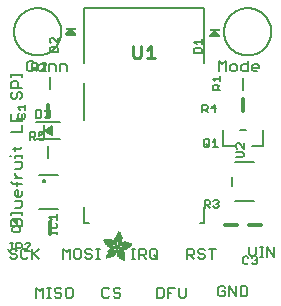
<source format=gbr>
G04 EAGLE Gerber RS-274X export*
G75*
%MOMM*%
%FSLAX34Y34*%
%LPD*%
%INSilkscreen Top*%
%IPPOS*%
%AMOC8*
5,1,8,0,0,1.08239X$1,22.5*%
G01*
%ADD10C,0.127000*%
%ADD11C,0.152400*%
%ADD12C,0.228600*%
%ADD13R,0.889000X0.190500*%
%ADD14C,0.203200*%
%ADD15C,0.304800*%
%ADD16R,0.200000X1.000000*%
%ADD17R,0.034300X0.003800*%
%ADD18R,0.057200X0.003800*%
%ADD19R,0.076200X0.003800*%
%ADD20R,0.091400X0.003800*%
%ADD21R,0.102900X0.003800*%
%ADD22R,0.114300X0.003900*%
%ADD23R,0.129500X0.003800*%
%ADD24R,0.137200X0.003800*%
%ADD25R,0.144800X0.003800*%
%ADD26R,0.152400X0.003800*%
%ADD27R,0.160000X0.003800*%
%ADD28R,0.171500X0.003800*%
%ADD29R,0.175300X0.003800*%
%ADD30R,0.182900X0.003800*%
%ADD31R,0.190500X0.003800*%
%ADD32R,0.194300X0.003900*%
%ADD33R,0.201900X0.003800*%
%ADD34R,0.209500X0.003800*%
%ADD35R,0.213400X0.003800*%
%ADD36R,0.221000X0.003800*%
%ADD37R,0.224800X0.003800*%
%ADD38R,0.232400X0.003800*%
%ADD39R,0.240000X0.003800*%
%ADD40R,0.243800X0.003800*%
%ADD41R,0.247600X0.003800*%
%ADD42R,0.255300X0.003900*%
%ADD43R,0.259100X0.003800*%
%ADD44R,0.262900X0.003800*%
%ADD45R,0.270500X0.003800*%
%ADD46R,0.274300X0.003800*%
%ADD47R,0.281900X0.003800*%
%ADD48R,0.285700X0.003800*%
%ADD49R,0.289500X0.003800*%
%ADD50R,0.297200X0.003800*%
%ADD51R,0.301000X0.003800*%
%ADD52R,0.304800X0.003900*%
%ADD53R,0.312400X0.003800*%
%ADD54R,0.316200X0.003800*%
%ADD55R,0.320000X0.003800*%
%ADD56R,0.327600X0.003800*%
%ADD57R,0.331500X0.003800*%
%ADD58R,0.339100X0.003800*%
%ADD59R,0.342900X0.003800*%
%ADD60R,0.346700X0.003800*%
%ADD61R,0.354300X0.003800*%
%ADD62R,0.358100X0.003900*%
%ADD63R,0.361900X0.003800*%
%ADD64R,0.369600X0.003800*%
%ADD65R,0.373400X0.003800*%
%ADD66R,0.377200X0.003800*%
%ADD67R,0.384800X0.003800*%
%ADD68R,0.388600X0.003800*%
%ADD69R,0.396200X0.003800*%
%ADD70R,0.400000X0.003800*%
%ADD71R,0.403800X0.003800*%
%ADD72R,0.411500X0.003900*%
%ADD73R,0.415300X0.003800*%
%ADD74R,0.419100X0.003800*%
%ADD75R,0.045700X0.003800*%
%ADD76R,0.426700X0.003800*%
%ADD77R,0.072400X0.003800*%
%ADD78R,0.430500X0.003800*%
%ADD79R,0.095300X0.003800*%
%ADD80R,0.438100X0.003800*%
%ADD81R,0.110500X0.003800*%
%ADD82R,0.441900X0.003800*%
%ADD83R,0.445800X0.003800*%
%ADD84R,0.144700X0.003800*%
%ADD85R,0.453400X0.003800*%
%ADD86R,0.457200X0.003800*%
%ADD87R,0.175300X0.003900*%
%ADD88R,0.461000X0.003900*%
%ADD89R,0.468600X0.003800*%
%ADD90R,0.205800X0.003800*%
%ADD91R,0.472400X0.003800*%
%ADD92R,0.217200X0.003800*%
%ADD93R,0.476200X0.003800*%
%ADD94R,0.483900X0.003800*%
%ADD95R,0.247700X0.003800*%
%ADD96R,0.487700X0.003800*%
%ADD97R,0.495300X0.003800*%
%ADD98R,0.499100X0.003800*%
%ADD99R,0.502900X0.003800*%
%ADD100R,0.510500X0.003800*%
%ADD101R,0.308600X0.003900*%
%ADD102R,0.514300X0.003900*%
%ADD103R,0.323800X0.003800*%
%ADD104R,0.518100X0.003800*%
%ADD105R,0.335300X0.003800*%
%ADD106R,0.525800X0.003800*%
%ADD107R,0.529600X0.003800*%
%ADD108R,0.358100X0.003800*%
%ADD109R,0.533400X0.003800*%
%ADD110R,0.537200X0.003800*%
%ADD111R,0.381000X0.003800*%
%ADD112R,0.544800X0.003800*%
%ADD113R,0.392400X0.003800*%
%ADD114R,0.548600X0.003800*%
%ADD115R,0.552400X0.003800*%
%ADD116R,0.556200X0.003800*%
%ADD117R,0.422900X0.003900*%
%ADD118R,0.560100X0.003900*%
%ADD119R,0.434300X0.003800*%
%ADD120R,0.563900X0.003800*%
%ADD121R,0.567700X0.003800*%
%ADD122R,0.461000X0.003800*%
%ADD123R,0.571500X0.003800*%
%ADD124R,0.575300X0.003800*%
%ADD125R,0.480100X0.003800*%
%ADD126R,0.579100X0.003800*%
%ADD127R,0.491500X0.003800*%
%ADD128R,0.582900X0.003800*%
%ADD129R,0.586700X0.003800*%
%ADD130R,0.510600X0.003800*%
%ADD131R,0.590500X0.003800*%
%ADD132R,0.522000X0.003800*%
%ADD133R,0.594300X0.003800*%
%ADD134R,0.533400X0.003900*%
%ADD135R,0.598200X0.003900*%
%ADD136R,0.541000X0.003800*%
%ADD137R,0.602000X0.003800*%
%ADD138R,0.552500X0.003800*%
%ADD139R,0.605800X0.003800*%
%ADD140R,0.560100X0.003800*%
%ADD141R,0.609600X0.003800*%
%ADD142R,0.613400X0.003800*%
%ADD143R,0.583000X0.003800*%
%ADD144R,0.617200X0.003800*%
%ADD145R,0.594400X0.003800*%
%ADD146R,0.621000X0.003800*%
%ADD147R,0.598200X0.003800*%
%ADD148R,0.624800X0.003800*%
%ADD149R,0.613500X0.003900*%
%ADD150R,0.628600X0.003900*%
%ADD151R,0.632400X0.003800*%
%ADD152R,0.628600X0.003800*%
%ADD153R,0.636300X0.003800*%
%ADD154R,0.640100X0.003800*%
%ADD155R,0.636200X0.003800*%
%ADD156R,0.643900X0.003800*%
%ADD157R,0.647700X0.003800*%
%ADD158R,0.651500X0.003800*%
%ADD159R,0.659100X0.003800*%
%ADD160R,0.659100X0.003900*%
%ADD161R,0.655300X0.003900*%
%ADD162R,0.662900X0.003800*%
%ADD163R,0.655300X0.003800*%
%ADD164R,0.670500X0.003800*%
%ADD165R,0.670600X0.003800*%
%ADD166R,0.674400X0.003800*%
%ADD167R,0.682000X0.003800*%
%ADD168R,0.666700X0.003800*%
%ADD169R,0.685800X0.003800*%
%ADD170R,0.689600X0.003800*%
%ADD171R,0.693400X0.003900*%
%ADD172R,0.674400X0.003900*%
%ADD173R,0.697200X0.003800*%
%ADD174R,0.678200X0.003800*%
%ADD175R,0.697300X0.003800*%
%ADD176R,0.701100X0.003800*%
%ADD177R,0.704900X0.003800*%
%ADD178R,0.708700X0.003800*%
%ADD179R,0.712500X0.003800*%
%ADD180R,0.716300X0.003800*%
%ADD181R,0.720100X0.003900*%
%ADD182R,0.689600X0.003900*%
%ADD183R,0.720000X0.003800*%
%ADD184R,0.693400X0.003800*%
%ADD185R,0.723900X0.003800*%
%ADD186R,0.727700X0.003800*%
%ADD187R,0.731500X0.003800*%
%ADD188R,0.701000X0.003800*%
%ADD189R,0.735300X0.003800*%
%ADD190R,0.731500X0.003900*%
%ADD191R,0.701000X0.003900*%
%ADD192R,0.704800X0.003800*%
%ADD193R,0.739100X0.003800*%
%ADD194R,0.743000X0.003800*%
%ADD195R,0.739200X0.003800*%
%ADD196R,0.743000X0.003900*%
%ADD197R,0.704800X0.003900*%
%ADD198R,0.746800X0.003800*%
%ADD199R,0.746800X0.003900*%
%ADD200R,0.742900X0.003800*%
%ADD201R,0.746700X0.003800*%
%ADD202R,0.746700X0.003900*%
%ADD203R,1.428800X0.003800*%
%ADD204R,1.424900X0.003800*%
%ADD205R,1.421100X0.003900*%
%ADD206R,1.421100X0.003800*%
%ADD207R,1.417300X0.003800*%
%ADD208R,1.413500X0.003800*%
%ADD209R,1.409700X0.003800*%
%ADD210R,1.405900X0.003800*%
%ADD211R,1.402100X0.003800*%
%ADD212R,1.398300X0.003800*%
%ADD213R,0.983000X0.003900*%
%ADD214R,0.384800X0.003900*%
%ADD215R,0.971600X0.003800*%
%ADD216R,0.963900X0.003800*%
%ADD217R,0.956300X0.003800*%
%ADD218R,0.365800X0.003800*%
%ADD219R,0.952500X0.003800*%
%ADD220R,0.941000X0.003800*%
%ADD221R,0.358200X0.003800*%
%ADD222R,0.937200X0.003800*%
%ADD223R,0.933400X0.003800*%
%ADD224R,0.354400X0.003800*%
%ADD225R,0.925800X0.003800*%
%ADD226R,0.350500X0.003800*%
%ADD227R,0.922000X0.003800*%
%ADD228R,0.918200X0.003900*%
%ADD229R,0.346700X0.003900*%
%ADD230R,0.910600X0.003800*%
%ADD231R,0.906800X0.003800*%
%ADD232R,0.903000X0.003800*%
%ADD233R,0.339000X0.003800*%
%ADD234R,0.895300X0.003800*%
%ADD235R,0.335200X0.003800*%
%ADD236R,0.887700X0.003800*%
%ADD237R,0.883900X0.003800*%
%ADD238R,0.331400X0.003800*%
%ADD239R,0.880100X0.003800*%
%ADD240R,0.876300X0.003800*%
%ADD241R,0.468600X0.003900*%
%ADD242R,0.396200X0.003900*%
%ADD243R,0.323800X0.003900*%
%ADD244R,0.449600X0.003800*%
%ADD245R,0.323900X0.003800*%
%ADD246R,0.442000X0.003800*%
%ADD247R,0.434400X0.003800*%
%ADD248R,0.320100X0.003800*%
%ADD249R,0.316300X0.003800*%
%ADD250R,0.426800X0.003800*%
%ADD251R,0.327700X0.003800*%
%ADD252R,0.312500X0.003800*%
%ADD253R,0.422900X0.003800*%
%ADD254R,0.308600X0.003800*%
%ADD255R,0.293400X0.003800*%
%ADD256R,0.304800X0.003800*%
%ADD257R,0.419100X0.003900*%
%ADD258R,0.285700X0.003900*%
%ADD259R,0.301000X0.003900*%
%ADD260R,0.411500X0.003800*%
%ADD261R,0.407700X0.003800*%
%ADD262R,0.289600X0.003800*%
%ADD263R,0.285800X0.003800*%
%ADD264R,0.403900X0.003800*%
%ADD265R,0.228600X0.003800*%
%ADD266R,0.403900X0.003900*%
%ADD267R,0.221000X0.003900*%
%ADD268R,0.278100X0.003900*%
%ADD269R,0.400100X0.003800*%
%ADD270R,0.209600X0.003800*%
%ADD271R,0.266700X0.003800*%
%ADD272R,0.038100X0.003800*%
%ADD273R,0.194300X0.003800*%
%ADD274R,0.148600X0.003800*%
%ADD275R,0.259000X0.003800*%
%ADD276R,0.182800X0.003800*%
%ADD277R,0.186700X0.003800*%
%ADD278R,0.251400X0.003800*%
%ADD279R,0.179100X0.003800*%
%ADD280R,0.236200X0.003800*%
%ADD281R,0.243900X0.003900*%
%ADD282R,0.282000X0.003900*%
%ADD283R,0.167700X0.003800*%
%ADD284R,0.236300X0.003800*%
%ADD285R,0.396300X0.003800*%
%ADD286R,0.163900X0.003800*%
%ADD287R,0.392500X0.003800*%
%ADD288R,0.160100X0.003800*%
%ADD289R,0.586800X0.003800*%
%ADD290R,0.148500X0.003800*%
%ADD291R,0.140900X0.003800*%
%ADD292R,0.392400X0.003900*%
%ADD293R,0.140900X0.003900*%
%ADD294R,0.647700X0.003900*%
%ADD295R,0.133300X0.003800*%
%ADD296R,0.674300X0.003800*%
%ADD297R,0.388700X0.003800*%
%ADD298R,0.125700X0.003800*%
%ADD299R,0.121900X0.003800*%
%ADD300R,0.720100X0.003800*%
%ADD301R,0.118100X0.003800*%
%ADD302R,0.118100X0.003900*%
%ADD303R,0.739100X0.003900*%
%ADD304R,0.114300X0.003800*%
%ADD305R,0.754400X0.003800*%
%ADD306R,0.765800X0.003800*%
%ADD307R,0.773400X0.003800*%
%ADD308R,0.784800X0.003800*%
%ADD309R,0.118200X0.003800*%
%ADD310R,0.792500X0.003800*%
%ADD311R,0.803900X0.003800*%
%ADD312R,0.122000X0.003800*%
%ADD313R,0.815400X0.003800*%
%ADD314R,0.125800X0.003800*%
%ADD315R,0.826800X0.003800*%
%ADD316R,0.369500X0.003900*%
%ADD317R,0.133400X0.003900*%
%ADD318R,0.842000X0.003900*%
%ADD319R,0.365700X0.003800*%
%ADD320R,1.009700X0.003800*%
%ADD321R,1.013500X0.003800*%
%ADD322R,0.362000X0.003800*%
%ADD323R,1.024900X0.003800*%
%ADD324R,1.028700X0.003800*%
%ADD325R,1.036300X0.003800*%
%ADD326R,1.047800X0.003800*%
%ADD327R,1.055400X0.003800*%
%ADD328R,1.070600X0.003800*%
%ADD329R,0.030500X0.003800*%
%ADD330R,1.436400X0.003800*%
%ADD331R,1.562100X0.003900*%
%ADD332R,1.588700X0.003800*%
%ADD333R,1.607800X0.003800*%
%ADD334R,1.626900X0.003800*%
%ADD335R,1.642100X0.003800*%
%ADD336R,1.657400X0.003800*%
%ADD337R,1.676400X0.003800*%
%ADD338R,1.687800X0.003800*%
%ADD339R,1.703000X0.003800*%
%ADD340R,1.714500X0.003800*%
%ADD341R,1.726000X0.003900*%
%ADD342R,1.741200X0.003800*%
%ADD343R,0.914400X0.003800*%
%ADD344R,0.769600X0.003800*%
%ADD345R,0.884000X0.003800*%
%ADD346R,0.712400X0.003800*%
%ADD347R,0.880100X0.003900*%
%ADD348R,0.887800X0.003800*%
%ADD349R,0.891600X0.003800*%
%ADD350R,0.895400X0.003800*%
%ADD351R,0.251500X0.003800*%
%ADD352R,0.579200X0.003900*%
%ADD353R,0.243900X0.003800*%
%ADD354R,0.556300X0.003800*%
%ADD355R,0.255200X0.003800*%
%ADD356R,0.529500X0.003800*%
%ADD357R,0.731600X0.003800*%
%ADD358R,0.525800X0.003900*%
%ADD359R,0.281900X0.003900*%
%ADD360R,0.735400X0.003900*%
%ADD361R,0.300900X0.003800*%
%ADD362R,0.762000X0.003800*%
%ADD363R,0.518200X0.003800*%
%ADD364R,0.350600X0.003800*%
%ADD365R,0.796300X0.003800*%
%ADD366R,0.807800X0.003800*%
%ADD367R,0.506700X0.003800*%
%ADD368R,0.849600X0.003800*%
%ADD369R,0.506700X0.003900*%
%ADD370R,1.371600X0.003900*%
%ADD371R,1.207800X0.003800*%
%ADD372R,0.503000X0.003800*%
%ADD373R,0.141000X0.003800*%
%ADD374R,1.203900X0.003800*%
%ADD375R,1.204000X0.003800*%
%ADD376R,1.200200X0.003800*%
%ADD377R,0.499100X0.003900*%
%ADD378R,0.156200X0.003900*%
%ADD379R,1.196400X0.003900*%
%ADD380R,1.196400X0.003800*%
%ADD381R,0.163800X0.003800*%
%ADD382R,0.167600X0.003800*%
%ADD383R,1.192500X0.003800*%
%ADD384R,0.499200X0.003800*%
%ADD385R,1.188700X0.003800*%
%ADD386R,0.506800X0.003800*%
%ADD387R,1.184900X0.003800*%
%ADD388R,0.510600X0.003900*%
%ADD389R,0.209600X0.003900*%
%ADD390R,1.181100X0.003900*%
%ADD391R,0.514400X0.003800*%
%ADD392R,1.181100X0.003800*%
%ADD393R,1.177300X0.003800*%
%ADD394R,0.240100X0.003800*%
%ADD395R,1.173500X0.003800*%
%ADD396R,1.169700X0.003800*%
%ADD397R,1.165900X0.003800*%
%ADD398R,1.162100X0.003800*%
%ADD399R,0.929700X0.003900*%
%ADD400R,1.162100X0.003900*%
%ADD401R,0.929700X0.003800*%
%ADD402R,1.154500X0.003800*%
%ADD403R,0.933500X0.003800*%
%ADD404R,1.150600X0.003800*%
%ADD405R,0.937300X0.003800*%
%ADD406R,1.146800X0.003800*%
%ADD407R,0.941100X0.003800*%
%ADD408R,1.139200X0.003800*%
%ADD409R,0.944900X0.003800*%
%ADD410R,1.135400X0.003800*%
%ADD411R,0.948700X0.003800*%
%ADD412R,1.127800X0.003800*%
%ADD413R,1.124000X0.003800*%
%ADD414R,1.116400X0.003800*%
%ADD415R,0.956300X0.003900*%
%ADD416R,1.104900X0.003900*%
%ADD417R,0.960100X0.003800*%
%ADD418R,1.093500X0.003800*%
%ADD419R,1.085900X0.003800*%
%ADD420R,0.967800X0.003800*%
%ADD421R,1.074500X0.003800*%
%ADD422R,1.063000X0.003800*%
%ADD423R,0.975400X0.003800*%
%ADD424R,1.036400X0.003800*%
%ADD425R,0.979200X0.003800*%
%ADD426R,1.021000X0.003800*%
%ADD427R,0.983000X0.003800*%
%ADD428R,1.009600X0.003800*%
%ADD429R,0.986800X0.003800*%
%ADD430R,0.998200X0.003800*%
%ADD431R,0.990600X0.003900*%
%ADD432R,0.986700X0.003900*%
%ADD433R,0.994400X0.003800*%
%ADD434R,0.975300X0.003800*%
%ADD435R,0.948600X0.003800*%
%ADD436R,1.002000X0.003800*%
%ADD437R,0.213300X0.003800*%
%ADD438R,0.217100X0.003800*%
%ADD439R,1.017300X0.003800*%
%ADD440R,0.666800X0.003800*%
%ADD441R,0.220900X0.003800*%
%ADD442R,1.028700X0.003900*%
%ADD443R,0.224700X0.003900*%
%ADD444R,1.032500X0.003800*%
%ADD445R,1.040100X0.003800*%
%ADD446R,1.043900X0.003800*%
%ADD447R,0.548700X0.003800*%
%ADD448R,1.051500X0.003800*%
%ADD449R,1.055300X0.003800*%
%ADD450R,1.059100X0.003800*%
%ADD451R,1.062900X0.003800*%
%ADD452R,0.255300X0.003800*%
%ADD453R,1.066800X0.003900*%
%ADD454R,0.259100X0.003900*%
%ADD455R,0.457200X0.003900*%
%ADD456R,0.423000X0.003800*%
%ADD457R,1.082100X0.003800*%
%ADD458R,0.274400X0.003800*%
%ADD459R,0.278200X0.003800*%
%ADD460R,1.101100X0.003800*%
%ADD461R,0.278100X0.003800*%
%ADD462R,0.876300X0.003900*%
%ADD463R,0.236200X0.003900*%
%ADD464R,0.289600X0.003900*%
%ADD465R,0.247700X0.003900*%
%ADD466R,0.049500X0.003800*%
%ADD467R,0.640100X0.003900*%
%ADD468R,0.659200X0.003800*%
%ADD469R,0.663000X0.003800*%
%ADD470R,0.872500X0.003900*%
%ADD471R,0.666800X0.003900*%
%ADD472R,0.872500X0.003800*%
%ADD473R,0.868700X0.003800*%
%ADD474R,0.864900X0.003800*%
%ADD475R,0.861100X0.003800*%
%ADD476R,0.857300X0.003800*%
%ADD477R,0.853400X0.003800*%
%ADD478R,0.845800X0.003800*%
%ADD479R,0.682000X0.003900*%
%ADD480R,0.842000X0.003800*%
%ADD481R,0.834400X0.003800*%
%ADD482R,0.823000X0.003800*%
%ADD483R,0.815300X0.003800*%
%ADD484R,0.811500X0.003800*%
%ADD485R,0.788700X0.003800*%
%ADD486R,0.777300X0.003900*%
%ADD487R,0.750600X0.003800*%
%ADD488R,0.735400X0.003800*%
%ADD489R,0.727800X0.003800*%
%ADD490R,0.628700X0.003800*%
%ADD491R,0.575400X0.003800*%
%ADD492R,0.670600X0.003900*%
%ADD493R,0.655400X0.003800*%
%ADD494R,0.651500X0.003900*%
%ADD495R,0.624800X0.003900*%
%ADD496R,0.594400X0.003900*%
%ADD497R,0.563900X0.003900*%
%ADD498R,0.541100X0.003800*%
%ADD499R,0.537300X0.003800*%
%ADD500R,0.525700X0.003800*%
%ADD501R,0.525700X0.003900*%
%ADD502R,0.514300X0.003800*%
%ADD503R,0.480100X0.003900*%
%ADD504R,0.464800X0.003800*%
%ADD505R,0.442000X0.003900*%
%ADD506R,0.438200X0.003800*%
%ADD507R,0.430600X0.003800*%
%ADD508R,0.407600X0.003800*%
%ADD509R,0.403800X0.003900*%
%ADD510R,0.365700X0.003900*%
%ADD511R,0.327700X0.003900*%
%ADD512R,0.243800X0.003900*%
%ADD513R,0.205800X0.003900*%
%ADD514R,0.198100X0.003800*%
%ADD515R,0.163800X0.003900*%
%ADD516R,0.137100X0.003800*%
%ADD517R,0.091500X0.003900*%
%ADD518R,0.060900X0.003800*%

G36*
X57168Y225302D02*
X57168Y225302D01*
X57185Y225300D01*
X57289Y225321D01*
X57393Y225339D01*
X57408Y225347D01*
X57426Y225351D01*
X57517Y225404D01*
X57610Y225454D01*
X57622Y225466D01*
X57638Y225476D01*
X57707Y225555D01*
X57780Y225632D01*
X57787Y225648D01*
X57799Y225662D01*
X57839Y225759D01*
X57883Y225855D01*
X57885Y225873D01*
X57892Y225889D01*
X57899Y225995D01*
X57910Y226099D01*
X57906Y226117D01*
X57908Y226135D01*
X57880Y226237D01*
X57858Y226340D01*
X57849Y226355D01*
X57844Y226372D01*
X57759Y226517D01*
X53949Y231597D01*
X53946Y231600D01*
X53944Y231604D01*
X53857Y231685D01*
X53772Y231767D01*
X53768Y231769D01*
X53765Y231772D01*
X53656Y231822D01*
X53549Y231872D01*
X53545Y231872D01*
X53541Y231874D01*
X53423Y231887D01*
X53305Y231900D01*
X53301Y231900D01*
X53296Y231900D01*
X53180Y231874D01*
X53064Y231850D01*
X53060Y231847D01*
X53056Y231846D01*
X52954Y231785D01*
X52852Y231725D01*
X52849Y231721D01*
X52846Y231719D01*
X52731Y231597D01*
X48921Y226517D01*
X48913Y226501D01*
X48901Y226488D01*
X48856Y226392D01*
X48807Y226299D01*
X48804Y226281D01*
X48797Y226265D01*
X48785Y226160D01*
X48769Y226056D01*
X48772Y226038D01*
X48770Y226021D01*
X48792Y225918D01*
X48810Y225813D01*
X48818Y225798D01*
X48822Y225780D01*
X48876Y225690D01*
X48926Y225597D01*
X48939Y225584D01*
X48948Y225569D01*
X49028Y225500D01*
X49105Y225428D01*
X49122Y225421D01*
X49135Y225409D01*
X49233Y225370D01*
X49329Y225326D01*
X49347Y225324D01*
X49363Y225317D01*
X49530Y225299D01*
X57150Y225299D01*
X57168Y225302D01*
G37*
G36*
X179088Y224032D02*
X179088Y224032D01*
X179105Y224030D01*
X179209Y224051D01*
X179313Y224069D01*
X179328Y224077D01*
X179346Y224081D01*
X179437Y224134D01*
X179530Y224184D01*
X179542Y224196D01*
X179558Y224206D01*
X179627Y224285D01*
X179700Y224362D01*
X179707Y224378D01*
X179719Y224392D01*
X179759Y224489D01*
X179803Y224585D01*
X179805Y224603D01*
X179812Y224619D01*
X179819Y224725D01*
X179830Y224829D01*
X179826Y224847D01*
X179828Y224865D01*
X179800Y224967D01*
X179778Y225070D01*
X179769Y225085D01*
X179764Y225102D01*
X179679Y225247D01*
X175869Y230327D01*
X175866Y230330D01*
X175864Y230334D01*
X175777Y230415D01*
X175692Y230497D01*
X175688Y230499D01*
X175685Y230502D01*
X175576Y230552D01*
X175469Y230602D01*
X175465Y230602D01*
X175461Y230604D01*
X175343Y230617D01*
X175225Y230630D01*
X175221Y230630D01*
X175216Y230630D01*
X175100Y230604D01*
X174984Y230580D01*
X174980Y230577D01*
X174976Y230576D01*
X174874Y230515D01*
X174772Y230455D01*
X174769Y230451D01*
X174766Y230449D01*
X174651Y230327D01*
X170841Y225247D01*
X170833Y225231D01*
X170821Y225218D01*
X170776Y225122D01*
X170727Y225029D01*
X170724Y225011D01*
X170717Y224995D01*
X170705Y224890D01*
X170689Y224786D01*
X170692Y224768D01*
X170690Y224751D01*
X170712Y224648D01*
X170730Y224543D01*
X170738Y224528D01*
X170742Y224510D01*
X170796Y224420D01*
X170846Y224327D01*
X170859Y224314D01*
X170868Y224299D01*
X170948Y224230D01*
X171025Y224158D01*
X171042Y224151D01*
X171055Y224139D01*
X171153Y224100D01*
X171249Y224056D01*
X171267Y224054D01*
X171283Y224047D01*
X171450Y224029D01*
X179070Y224029D01*
X179088Y224032D01*
G37*
G36*
X36335Y141773D02*
X36335Y141773D01*
X36406Y141771D01*
X36475Y141789D01*
X36546Y141798D01*
X36612Y141825D01*
X36681Y141843D01*
X36742Y141880D01*
X36808Y141907D01*
X36864Y141952D01*
X36926Y141989D01*
X36975Y142040D01*
X37030Y142085D01*
X37071Y142144D01*
X37120Y142196D01*
X37153Y142259D01*
X37194Y142317D01*
X37217Y142385D01*
X37250Y142449D01*
X37260Y142508D01*
X37287Y142586D01*
X37293Y142705D01*
X37305Y142780D01*
X37305Y146780D01*
X37295Y146851D01*
X37295Y146923D01*
X37275Y146991D01*
X37265Y147062D01*
X37236Y147127D01*
X37216Y147196D01*
X37178Y147256D01*
X37149Y147321D01*
X37103Y147376D01*
X37065Y147436D01*
X37012Y147484D01*
X36966Y147538D01*
X36906Y147578D01*
X36852Y147625D01*
X36788Y147656D01*
X36729Y147696D01*
X36661Y147717D01*
X36596Y147748D01*
X36526Y147760D01*
X36458Y147781D01*
X36386Y147783D01*
X36316Y147795D01*
X36245Y147787D01*
X36174Y147789D01*
X36104Y147770D01*
X36033Y147762D01*
X35978Y147737D01*
X35899Y147717D01*
X35796Y147656D01*
X35727Y147625D01*
X32727Y145625D01*
X32640Y145548D01*
X32550Y145475D01*
X32535Y145453D01*
X32515Y145435D01*
X32453Y145338D01*
X32386Y145243D01*
X32378Y145217D01*
X32363Y145195D01*
X32331Y145084D01*
X32293Y144974D01*
X32292Y144947D01*
X32285Y144922D01*
X32285Y144806D01*
X32279Y144690D01*
X32285Y144664D01*
X32285Y144637D01*
X32317Y144526D01*
X32343Y144413D01*
X32356Y144390D01*
X32364Y144364D01*
X32426Y144266D01*
X32482Y144165D01*
X32500Y144149D01*
X32515Y144124D01*
X32723Y143939D01*
X32727Y143935D01*
X35727Y141935D01*
X35791Y141904D01*
X35851Y141865D01*
X35919Y141843D01*
X35983Y141812D01*
X36054Y141800D01*
X36122Y141779D01*
X36193Y141777D01*
X36264Y141765D01*
X36335Y141773D01*
G37*
D10*
X178775Y194945D02*
X178775Y203843D01*
X181740Y200877D01*
X184706Y203843D01*
X184706Y194945D01*
X189613Y194945D02*
X192579Y194945D01*
X194062Y196428D01*
X194062Y199394D01*
X192579Y200877D01*
X189613Y200877D01*
X188130Y199394D01*
X188130Y196428D01*
X189613Y194945D01*
X203417Y194945D02*
X203417Y203843D01*
X203417Y194945D02*
X198968Y194945D01*
X197485Y196428D01*
X197485Y199394D01*
X198968Y200877D01*
X203417Y200877D01*
X208323Y194945D02*
X211289Y194945D01*
X208323Y194945D02*
X206840Y196428D01*
X206840Y199394D01*
X208323Y200877D01*
X211289Y200877D01*
X212772Y199394D01*
X212772Y197911D01*
X206840Y197911D01*
X22146Y202360D02*
X20663Y203843D01*
X17698Y203843D01*
X16215Y202360D01*
X16215Y196428D01*
X17698Y194945D01*
X20663Y194945D01*
X22146Y196428D01*
X27053Y194945D02*
X30019Y194945D01*
X31502Y196428D01*
X31502Y199394D01*
X30019Y200877D01*
X27053Y200877D01*
X25570Y199394D01*
X25570Y196428D01*
X27053Y194945D01*
X34925Y194945D02*
X34925Y200877D01*
X39374Y200877D01*
X40857Y199394D01*
X40857Y194945D01*
X44280Y194945D02*
X44280Y200877D01*
X48729Y200877D01*
X50212Y199394D01*
X50212Y194945D01*
D11*
X6291Y44965D02*
X7731Y43525D01*
X6291Y44965D02*
X3410Y44965D01*
X1969Y43525D01*
X1969Y42084D01*
X3410Y40644D01*
X6291Y40644D01*
X7731Y39203D01*
X7731Y37763D01*
X6291Y36322D01*
X3410Y36322D01*
X1969Y37763D01*
X15646Y44965D02*
X17087Y43525D01*
X15646Y44965D02*
X12765Y44965D01*
X11324Y43525D01*
X11324Y37763D01*
X12765Y36322D01*
X15646Y36322D01*
X17087Y37763D01*
X20680Y36322D02*
X20680Y44965D01*
X20680Y39203D02*
X26442Y44965D01*
X22120Y40644D02*
X26442Y36322D01*
X24251Y11945D02*
X24251Y3302D01*
X27132Y9064D02*
X24251Y11945D01*
X27132Y9064D02*
X30013Y11945D01*
X30013Y3302D01*
X33606Y3302D02*
X36487Y3302D01*
X35047Y3302D02*
X35047Y11945D01*
X36487Y11945D02*
X33606Y11945D01*
X44164Y11945D02*
X45605Y10505D01*
X44164Y11945D02*
X41283Y11945D01*
X39843Y10505D01*
X39843Y9064D01*
X41283Y7624D01*
X44164Y7624D01*
X45605Y6183D01*
X45605Y4743D01*
X44164Y3302D01*
X41283Y3302D01*
X39843Y4743D01*
X50639Y11945D02*
X53520Y11945D01*
X50639Y11945D02*
X49198Y10505D01*
X49198Y4743D01*
X50639Y3302D01*
X53520Y3302D01*
X54960Y4743D01*
X54960Y10505D01*
X53520Y11945D01*
X47111Y36322D02*
X47111Y44965D01*
X49992Y42084D01*
X52873Y44965D01*
X52873Y36322D01*
X57907Y44965D02*
X60788Y44965D01*
X57907Y44965D02*
X56466Y43525D01*
X56466Y37763D01*
X57907Y36322D01*
X60788Y36322D01*
X62228Y37763D01*
X62228Y43525D01*
X60788Y44965D01*
X70143Y44965D02*
X71583Y43525D01*
X70143Y44965D02*
X67262Y44965D01*
X65821Y43525D01*
X65821Y42084D01*
X67262Y40644D01*
X70143Y40644D01*
X71583Y39203D01*
X71583Y37763D01*
X70143Y36322D01*
X67262Y36322D01*
X65821Y37763D01*
X75176Y36322D02*
X78058Y36322D01*
X76617Y36322D02*
X76617Y44965D01*
X75176Y44965D02*
X78058Y44965D01*
X84629Y11945D02*
X86069Y10505D01*
X84629Y11945D02*
X81747Y11945D01*
X80307Y10505D01*
X80307Y4743D01*
X81747Y3302D01*
X84629Y3302D01*
X86069Y4743D01*
X93984Y11945D02*
X95424Y10505D01*
X93984Y11945D02*
X91103Y11945D01*
X89662Y10505D01*
X89662Y9064D01*
X91103Y7624D01*
X93984Y7624D01*
X95424Y6183D01*
X95424Y4743D01*
X93984Y3302D01*
X91103Y3302D01*
X89662Y4743D01*
X105128Y36322D02*
X108010Y36322D01*
X106569Y36322D02*
X106569Y44965D01*
X105128Y44965D02*
X108010Y44965D01*
X111365Y44965D02*
X111365Y36322D01*
X111365Y44965D02*
X115687Y44965D01*
X117127Y43525D01*
X117127Y40644D01*
X115687Y39203D01*
X111365Y39203D01*
X114246Y39203D02*
X117127Y36322D01*
X120720Y37763D02*
X120720Y43525D01*
X122161Y44965D01*
X125042Y44965D01*
X126483Y43525D01*
X126483Y37763D01*
X125042Y36322D01*
X122161Y36322D01*
X120720Y37763D01*
X123602Y39203D02*
X126483Y36322D01*
X151829Y36322D02*
X151829Y44965D01*
X156151Y44965D01*
X157591Y43525D01*
X157591Y40644D01*
X156151Y39203D01*
X151829Y39203D01*
X154710Y39203D02*
X157591Y36322D01*
X165506Y44965D02*
X166947Y43525D01*
X165506Y44965D02*
X162625Y44965D01*
X161184Y43525D01*
X161184Y42084D01*
X162625Y40644D01*
X165506Y40644D01*
X166947Y39203D01*
X166947Y37763D01*
X165506Y36322D01*
X162625Y36322D01*
X161184Y37763D01*
X173421Y36322D02*
X173421Y44965D01*
X170540Y44965D02*
X176302Y44965D01*
X126429Y11945D02*
X126429Y3302D01*
X130751Y3302D01*
X132191Y4743D01*
X132191Y10505D01*
X130751Y11945D01*
X126429Y11945D01*
X135784Y11945D02*
X135784Y3302D01*
X135784Y11945D02*
X141547Y11945D01*
X138666Y7624D02*
X135784Y7624D01*
X145140Y4743D02*
X145140Y11945D01*
X145140Y4743D02*
X146580Y3302D01*
X149461Y3302D01*
X150902Y4743D01*
X150902Y11945D01*
X182821Y13215D02*
X184261Y11775D01*
X182821Y13215D02*
X179940Y13215D01*
X178499Y11775D01*
X178499Y6013D01*
X179940Y4572D01*
X182821Y4572D01*
X184261Y6013D01*
X184261Y8894D01*
X181380Y8894D01*
X187854Y13215D02*
X187854Y4572D01*
X193617Y4572D02*
X187854Y13215D01*
X193617Y13215D02*
X193617Y4572D01*
X197210Y4572D02*
X197210Y13215D01*
X197210Y4572D02*
X201531Y4572D01*
X202972Y6013D01*
X202972Y11775D01*
X201531Y13215D01*
X197210Y13215D01*
X204188Y40473D02*
X204188Y46235D01*
X204188Y40473D02*
X207070Y37592D01*
X209951Y40473D01*
X209951Y46235D01*
X213544Y37592D02*
X216425Y37592D01*
X214984Y37592D02*
X214984Y46235D01*
X213544Y46235D02*
X216425Y46235D01*
X219780Y46235D02*
X219780Y37592D01*
X225543Y37592D02*
X219780Y46235D01*
X225543Y46235D02*
X225543Y37592D01*
D10*
X12065Y63909D02*
X3167Y63909D01*
X3167Y68358D01*
X4650Y69841D01*
X6133Y69841D01*
X7616Y68358D01*
X9099Y69841D01*
X10582Y69841D01*
X12065Y68358D01*
X12065Y63909D01*
X7616Y63909D02*
X7616Y68358D01*
X3167Y73264D02*
X3167Y74747D01*
X12065Y74747D01*
X12065Y73264D02*
X12065Y76230D01*
X10582Y79501D02*
X6133Y79501D01*
X10582Y79501D02*
X12065Y80984D01*
X12065Y85433D01*
X6133Y85433D01*
X12065Y90339D02*
X12065Y93305D01*
X12065Y90339D02*
X10582Y88856D01*
X7616Y88856D01*
X6133Y90339D01*
X6133Y93305D01*
X7616Y94788D01*
X9099Y94788D01*
X9099Y88856D01*
X12065Y99694D02*
X4650Y99694D01*
X3167Y101177D01*
X7616Y101177D02*
X7616Y98211D01*
X6133Y104448D02*
X12065Y104448D01*
X9099Y104448D02*
X6133Y107414D01*
X6133Y108897D01*
X6133Y112244D02*
X10582Y112244D01*
X12065Y113727D01*
X12065Y118176D01*
X6133Y118176D01*
X6133Y121599D02*
X6133Y123082D01*
X12065Y123082D01*
X12065Y121599D02*
X12065Y124565D01*
X3167Y123082D02*
X1684Y123082D01*
X4650Y129319D02*
X10582Y129319D01*
X12065Y130802D01*
X6133Y130802D02*
X6133Y127836D01*
X3167Y143428D02*
X12065Y143428D01*
X12065Y149360D01*
X3167Y152783D02*
X3167Y158715D01*
X3167Y152783D02*
X12065Y152783D01*
X12065Y158715D01*
X7616Y155749D02*
X7616Y152783D01*
X3167Y175942D02*
X4650Y177425D01*
X3167Y175942D02*
X3167Y172977D01*
X4650Y171494D01*
X6133Y171494D01*
X7616Y172977D01*
X7616Y175942D01*
X9099Y177425D01*
X10582Y177425D01*
X12065Y175942D01*
X12065Y172977D01*
X10582Y171494D01*
X12065Y180849D02*
X3167Y180849D01*
X3167Y185298D01*
X4650Y186781D01*
X7616Y186781D01*
X9099Y185298D01*
X9099Y180849D01*
X12065Y190204D02*
X12065Y193170D01*
X12065Y191687D02*
X3167Y191687D01*
X3167Y190204D02*
X3167Y193170D01*
X64570Y202480D02*
X64570Y248480D01*
X166570Y248480D01*
X166570Y202480D01*
X64570Y185480D02*
X64570Y153480D01*
X64570Y80480D02*
X64570Y66480D01*
X68570Y66480D01*
X162570Y66480D02*
X166570Y66480D01*
X166570Y80480D01*
D12*
X106153Y207920D02*
X106153Y216606D01*
X106153Y207920D02*
X107890Y206183D01*
X111364Y206183D01*
X113102Y207920D01*
X113102Y216606D01*
X117847Y213132D02*
X121321Y216606D01*
X121321Y206183D01*
X117847Y206183D02*
X124796Y206183D01*
D13*
X175260Y229688D03*
D11*
X164338Y210312D02*
X157728Y210312D01*
X164338Y210312D02*
X164338Y213617D01*
X163236Y214718D01*
X158830Y214718D01*
X157728Y213617D01*
X157728Y210312D01*
X159932Y217796D02*
X157728Y219999D01*
X164338Y219999D01*
X164338Y217796D02*
X164338Y222203D01*
D13*
X53340Y230958D03*
D11*
X42418Y211582D02*
X35808Y211582D01*
X42418Y211582D02*
X42418Y214887D01*
X41316Y215988D01*
X36910Y215988D01*
X35808Y214887D01*
X35808Y211582D01*
X42418Y219066D02*
X42418Y223473D01*
X38012Y223473D02*
X42418Y219066D01*
X38012Y223473D02*
X36910Y223473D01*
X35808Y222371D01*
X35808Y220168D01*
X36910Y219066D01*
D14*
X199390Y189230D02*
X199390Y179070D01*
D11*
X180213Y179197D02*
X173603Y179197D01*
X173603Y182502D01*
X174705Y183603D01*
X176908Y183603D01*
X178010Y182502D01*
X178010Y179197D01*
X178010Y181400D02*
X180213Y183603D01*
X175807Y186681D02*
X173603Y188884D01*
X180213Y188884D01*
X180213Y186681D02*
X180213Y191088D01*
D14*
X35560Y190500D02*
X35560Y180340D01*
D11*
X20447Y195707D02*
X20447Y202317D01*
X23752Y202317D01*
X24853Y201215D01*
X24853Y199012D01*
X23752Y197910D01*
X20447Y197910D01*
X22650Y197910D02*
X24853Y195707D01*
X27931Y195707D02*
X32338Y195707D01*
X32338Y200113D02*
X27931Y195707D01*
X32338Y200113D02*
X32338Y201215D01*
X31236Y202317D01*
X29033Y202317D01*
X27931Y201215D01*
D15*
X34290Y166370D02*
X34290Y156210D01*
D11*
X9605Y159473D02*
X8503Y158372D01*
X8503Y156169D01*
X9605Y155067D01*
X14011Y155067D01*
X15113Y156169D01*
X15113Y158372D01*
X14011Y159473D01*
X10707Y162551D02*
X8503Y164754D01*
X15113Y164754D01*
X15113Y162551D02*
X15113Y166958D01*
D14*
X192660Y85100D02*
X208660Y85100D01*
X208660Y118100D02*
X192660Y118100D01*
X190160Y105600D02*
X190160Y97600D01*
D11*
X193288Y122142D02*
X198796Y122142D01*
X199898Y123244D01*
X199898Y125447D01*
X198796Y126548D01*
X193288Y126548D01*
X199898Y129626D02*
X199898Y134033D01*
X195492Y134033D02*
X199898Y129626D01*
X195492Y134033D02*
X194390Y134033D01*
X193288Y132931D01*
X193288Y130728D01*
X194390Y129626D01*
D15*
X204470Y64770D02*
X214630Y64770D01*
D11*
X202822Y38487D02*
X203923Y37385D01*
X202822Y38487D02*
X200619Y38487D01*
X199517Y37385D01*
X199517Y32979D01*
X200619Y31877D01*
X202822Y31877D01*
X203923Y32979D01*
X207001Y37385D02*
X208103Y38487D01*
X210306Y38487D01*
X211408Y37385D01*
X211408Y36283D01*
X210306Y35182D01*
X209204Y35182D01*
X210306Y35182D02*
X211408Y34080D01*
X211408Y32979D01*
X210306Y31877D01*
X208103Y31877D01*
X207001Y32979D01*
D15*
X35560Y57150D02*
X35560Y67310D01*
D11*
X5033Y63225D02*
X3931Y62124D01*
X3931Y59920D01*
X5033Y58819D01*
X9439Y58819D01*
X10541Y59920D01*
X10541Y62124D01*
X9439Y63225D01*
X10541Y69608D02*
X3931Y69608D01*
X7236Y66303D01*
X7236Y70709D01*
D14*
X183200Y228600D02*
X183206Y229091D01*
X183224Y229581D01*
X183254Y230071D01*
X183296Y230560D01*
X183350Y231048D01*
X183416Y231535D01*
X183494Y232019D01*
X183584Y232502D01*
X183686Y232982D01*
X183799Y233460D01*
X183924Y233934D01*
X184061Y234406D01*
X184209Y234874D01*
X184369Y235338D01*
X184540Y235798D01*
X184722Y236254D01*
X184916Y236705D01*
X185120Y237151D01*
X185336Y237592D01*
X185562Y238028D01*
X185798Y238458D01*
X186045Y238882D01*
X186303Y239300D01*
X186571Y239711D01*
X186848Y240116D01*
X187136Y240514D01*
X187433Y240905D01*
X187740Y241288D01*
X188056Y241663D01*
X188381Y242031D01*
X188715Y242391D01*
X189058Y242742D01*
X189409Y243085D01*
X189769Y243419D01*
X190137Y243744D01*
X190512Y244060D01*
X190895Y244367D01*
X191286Y244664D01*
X191684Y244952D01*
X192089Y245229D01*
X192500Y245497D01*
X192918Y245755D01*
X193342Y246002D01*
X193772Y246238D01*
X194208Y246464D01*
X194649Y246680D01*
X195095Y246884D01*
X195546Y247078D01*
X196002Y247260D01*
X196462Y247431D01*
X196926Y247591D01*
X197394Y247739D01*
X197866Y247876D01*
X198340Y248001D01*
X198818Y248114D01*
X199298Y248216D01*
X199781Y248306D01*
X200265Y248384D01*
X200752Y248450D01*
X201240Y248504D01*
X201729Y248546D01*
X202219Y248576D01*
X202709Y248594D01*
X203200Y248600D01*
X203691Y248594D01*
X204181Y248576D01*
X204671Y248546D01*
X205160Y248504D01*
X205648Y248450D01*
X206135Y248384D01*
X206619Y248306D01*
X207102Y248216D01*
X207582Y248114D01*
X208060Y248001D01*
X208534Y247876D01*
X209006Y247739D01*
X209474Y247591D01*
X209938Y247431D01*
X210398Y247260D01*
X210854Y247078D01*
X211305Y246884D01*
X211751Y246680D01*
X212192Y246464D01*
X212628Y246238D01*
X213058Y246002D01*
X213482Y245755D01*
X213900Y245497D01*
X214311Y245229D01*
X214716Y244952D01*
X215114Y244664D01*
X215505Y244367D01*
X215888Y244060D01*
X216263Y243744D01*
X216631Y243419D01*
X216991Y243085D01*
X217342Y242742D01*
X217685Y242391D01*
X218019Y242031D01*
X218344Y241663D01*
X218660Y241288D01*
X218967Y240905D01*
X219264Y240514D01*
X219552Y240116D01*
X219829Y239711D01*
X220097Y239300D01*
X220355Y238882D01*
X220602Y238458D01*
X220838Y238028D01*
X221064Y237592D01*
X221280Y237151D01*
X221484Y236705D01*
X221678Y236254D01*
X221860Y235798D01*
X222031Y235338D01*
X222191Y234874D01*
X222339Y234406D01*
X222476Y233934D01*
X222601Y233460D01*
X222714Y232982D01*
X222816Y232502D01*
X222906Y232019D01*
X222984Y231535D01*
X223050Y231048D01*
X223104Y230560D01*
X223146Y230071D01*
X223176Y229581D01*
X223194Y229091D01*
X223200Y228600D01*
X223194Y228109D01*
X223176Y227619D01*
X223146Y227129D01*
X223104Y226640D01*
X223050Y226152D01*
X222984Y225665D01*
X222906Y225181D01*
X222816Y224698D01*
X222714Y224218D01*
X222601Y223740D01*
X222476Y223266D01*
X222339Y222794D01*
X222191Y222326D01*
X222031Y221862D01*
X221860Y221402D01*
X221678Y220946D01*
X221484Y220495D01*
X221280Y220049D01*
X221064Y219608D01*
X220838Y219172D01*
X220602Y218742D01*
X220355Y218318D01*
X220097Y217900D01*
X219829Y217489D01*
X219552Y217084D01*
X219264Y216686D01*
X218967Y216295D01*
X218660Y215912D01*
X218344Y215537D01*
X218019Y215169D01*
X217685Y214809D01*
X217342Y214458D01*
X216991Y214115D01*
X216631Y213781D01*
X216263Y213456D01*
X215888Y213140D01*
X215505Y212833D01*
X215114Y212536D01*
X214716Y212248D01*
X214311Y211971D01*
X213900Y211703D01*
X213482Y211445D01*
X213058Y211198D01*
X212628Y210962D01*
X212192Y210736D01*
X211751Y210520D01*
X211305Y210316D01*
X210854Y210122D01*
X210398Y209940D01*
X209938Y209769D01*
X209474Y209609D01*
X209006Y209461D01*
X208534Y209324D01*
X208060Y209199D01*
X207582Y209086D01*
X207102Y208984D01*
X206619Y208894D01*
X206135Y208816D01*
X205648Y208750D01*
X205160Y208696D01*
X204671Y208654D01*
X204181Y208624D01*
X203691Y208606D01*
X203200Y208600D01*
X202709Y208606D01*
X202219Y208624D01*
X201729Y208654D01*
X201240Y208696D01*
X200752Y208750D01*
X200265Y208816D01*
X199781Y208894D01*
X199298Y208984D01*
X198818Y209086D01*
X198340Y209199D01*
X197866Y209324D01*
X197394Y209461D01*
X196926Y209609D01*
X196462Y209769D01*
X196002Y209940D01*
X195546Y210122D01*
X195095Y210316D01*
X194649Y210520D01*
X194208Y210736D01*
X193772Y210962D01*
X193342Y211198D01*
X192918Y211445D01*
X192500Y211703D01*
X192089Y211971D01*
X191684Y212248D01*
X191286Y212536D01*
X190895Y212833D01*
X190512Y213140D01*
X190137Y213456D01*
X189769Y213781D01*
X189409Y214115D01*
X189058Y214458D01*
X188715Y214809D01*
X188381Y215169D01*
X188056Y215537D01*
X187740Y215912D01*
X187433Y216295D01*
X187136Y216686D01*
X186848Y217084D01*
X186571Y217489D01*
X186303Y217900D01*
X186045Y218318D01*
X185798Y218742D01*
X185562Y219172D01*
X185336Y219608D01*
X185120Y220049D01*
X184916Y220495D01*
X184722Y220946D01*
X184540Y221402D01*
X184369Y221862D01*
X184209Y222326D01*
X184061Y222794D01*
X183924Y223266D01*
X183799Y223740D01*
X183686Y224218D01*
X183584Y224698D01*
X183494Y225181D01*
X183416Y225665D01*
X183350Y226152D01*
X183296Y226640D01*
X183254Y227129D01*
X183224Y227619D01*
X183206Y228109D01*
X183200Y228600D01*
X5400Y228600D02*
X5406Y229091D01*
X5424Y229581D01*
X5454Y230071D01*
X5496Y230560D01*
X5550Y231048D01*
X5616Y231535D01*
X5694Y232019D01*
X5784Y232502D01*
X5886Y232982D01*
X5999Y233460D01*
X6124Y233934D01*
X6261Y234406D01*
X6409Y234874D01*
X6569Y235338D01*
X6740Y235798D01*
X6922Y236254D01*
X7116Y236705D01*
X7320Y237151D01*
X7536Y237592D01*
X7762Y238028D01*
X7998Y238458D01*
X8245Y238882D01*
X8503Y239300D01*
X8771Y239711D01*
X9048Y240116D01*
X9336Y240514D01*
X9633Y240905D01*
X9940Y241288D01*
X10256Y241663D01*
X10581Y242031D01*
X10915Y242391D01*
X11258Y242742D01*
X11609Y243085D01*
X11969Y243419D01*
X12337Y243744D01*
X12712Y244060D01*
X13095Y244367D01*
X13486Y244664D01*
X13884Y244952D01*
X14289Y245229D01*
X14700Y245497D01*
X15118Y245755D01*
X15542Y246002D01*
X15972Y246238D01*
X16408Y246464D01*
X16849Y246680D01*
X17295Y246884D01*
X17746Y247078D01*
X18202Y247260D01*
X18662Y247431D01*
X19126Y247591D01*
X19594Y247739D01*
X20066Y247876D01*
X20540Y248001D01*
X21018Y248114D01*
X21498Y248216D01*
X21981Y248306D01*
X22465Y248384D01*
X22952Y248450D01*
X23440Y248504D01*
X23929Y248546D01*
X24419Y248576D01*
X24909Y248594D01*
X25400Y248600D01*
X25891Y248594D01*
X26381Y248576D01*
X26871Y248546D01*
X27360Y248504D01*
X27848Y248450D01*
X28335Y248384D01*
X28819Y248306D01*
X29302Y248216D01*
X29782Y248114D01*
X30260Y248001D01*
X30734Y247876D01*
X31206Y247739D01*
X31674Y247591D01*
X32138Y247431D01*
X32598Y247260D01*
X33054Y247078D01*
X33505Y246884D01*
X33951Y246680D01*
X34392Y246464D01*
X34828Y246238D01*
X35258Y246002D01*
X35682Y245755D01*
X36100Y245497D01*
X36511Y245229D01*
X36916Y244952D01*
X37314Y244664D01*
X37705Y244367D01*
X38088Y244060D01*
X38463Y243744D01*
X38831Y243419D01*
X39191Y243085D01*
X39542Y242742D01*
X39885Y242391D01*
X40219Y242031D01*
X40544Y241663D01*
X40860Y241288D01*
X41167Y240905D01*
X41464Y240514D01*
X41752Y240116D01*
X42029Y239711D01*
X42297Y239300D01*
X42555Y238882D01*
X42802Y238458D01*
X43038Y238028D01*
X43264Y237592D01*
X43480Y237151D01*
X43684Y236705D01*
X43878Y236254D01*
X44060Y235798D01*
X44231Y235338D01*
X44391Y234874D01*
X44539Y234406D01*
X44676Y233934D01*
X44801Y233460D01*
X44914Y232982D01*
X45016Y232502D01*
X45106Y232019D01*
X45184Y231535D01*
X45250Y231048D01*
X45304Y230560D01*
X45346Y230071D01*
X45376Y229581D01*
X45394Y229091D01*
X45400Y228600D01*
X45394Y228109D01*
X45376Y227619D01*
X45346Y227129D01*
X45304Y226640D01*
X45250Y226152D01*
X45184Y225665D01*
X45106Y225181D01*
X45016Y224698D01*
X44914Y224218D01*
X44801Y223740D01*
X44676Y223266D01*
X44539Y222794D01*
X44391Y222326D01*
X44231Y221862D01*
X44060Y221402D01*
X43878Y220946D01*
X43684Y220495D01*
X43480Y220049D01*
X43264Y219608D01*
X43038Y219172D01*
X42802Y218742D01*
X42555Y218318D01*
X42297Y217900D01*
X42029Y217489D01*
X41752Y217084D01*
X41464Y216686D01*
X41167Y216295D01*
X40860Y215912D01*
X40544Y215537D01*
X40219Y215169D01*
X39885Y214809D01*
X39542Y214458D01*
X39191Y214115D01*
X38831Y213781D01*
X38463Y213456D01*
X38088Y213140D01*
X37705Y212833D01*
X37314Y212536D01*
X36916Y212248D01*
X36511Y211971D01*
X36100Y211703D01*
X35682Y211445D01*
X35258Y211198D01*
X34828Y210962D01*
X34392Y210736D01*
X33951Y210520D01*
X33505Y210316D01*
X33054Y210122D01*
X32598Y209940D01*
X32138Y209769D01*
X31674Y209609D01*
X31206Y209461D01*
X30734Y209324D01*
X30260Y209199D01*
X29782Y209086D01*
X29302Y208984D01*
X28819Y208894D01*
X28335Y208816D01*
X27848Y208750D01*
X27360Y208696D01*
X26871Y208654D01*
X26381Y208624D01*
X25891Y208606D01*
X25400Y208600D01*
X24909Y208606D01*
X24419Y208624D01*
X23929Y208654D01*
X23440Y208696D01*
X22952Y208750D01*
X22465Y208816D01*
X21981Y208894D01*
X21498Y208984D01*
X21018Y209086D01*
X20540Y209199D01*
X20066Y209324D01*
X19594Y209461D01*
X19126Y209609D01*
X18662Y209769D01*
X18202Y209940D01*
X17746Y210122D01*
X17295Y210316D01*
X16849Y210520D01*
X16408Y210736D01*
X15972Y210962D01*
X15542Y211198D01*
X15118Y211445D01*
X14700Y211703D01*
X14289Y211971D01*
X13884Y212248D01*
X13486Y212536D01*
X13095Y212833D01*
X12712Y213140D01*
X12337Y213456D01*
X11969Y213781D01*
X11609Y214115D01*
X11258Y214458D01*
X10915Y214809D01*
X10581Y215169D01*
X10256Y215537D01*
X9940Y215912D01*
X9633Y216295D01*
X9336Y216686D01*
X9048Y217084D01*
X8771Y217489D01*
X8503Y217900D01*
X8245Y218318D01*
X7998Y218742D01*
X7762Y219172D01*
X7536Y219608D01*
X7320Y220049D01*
X7116Y220495D01*
X6922Y220946D01*
X6740Y221402D01*
X6569Y221862D01*
X6409Y222326D01*
X6261Y222794D01*
X6124Y223266D01*
X5999Y223740D01*
X5886Y224218D01*
X5784Y224698D01*
X5694Y225181D01*
X5616Y225665D01*
X5550Y226152D01*
X5496Y226640D01*
X5454Y227129D01*
X5424Y227619D01*
X5406Y228109D01*
X5400Y228600D01*
D15*
X184150Y64770D02*
X194310Y64770D01*
D11*
X166769Y79629D02*
X166769Y86239D01*
X170074Y86239D01*
X171175Y85137D01*
X171175Y82934D01*
X170074Y81832D01*
X166769Y81832D01*
X168972Y81832D02*
X171175Y79629D01*
X174253Y85137D02*
X175354Y86239D01*
X177558Y86239D01*
X178659Y85137D01*
X178659Y84035D01*
X177558Y82934D01*
X176456Y82934D01*
X177558Y82934D02*
X178659Y81832D01*
X178659Y80731D01*
X177558Y79629D01*
X175354Y79629D01*
X174253Y80731D01*
D14*
X216114Y131826D02*
X216114Y144954D01*
X216114Y131826D02*
X206526Y131826D01*
X182666Y131826D02*
X182666Y144954D01*
X182666Y131826D02*
X192254Y131826D01*
X197166Y145034D02*
X201754Y145034D01*
D11*
X166134Y136572D02*
X166134Y132166D01*
X166134Y136572D02*
X167235Y137674D01*
X169439Y137674D01*
X170540Y136572D01*
X170540Y132166D01*
X169439Y131064D01*
X167235Y131064D01*
X166134Y132166D01*
X168337Y133267D02*
X170540Y131064D01*
X173618Y135470D02*
X175821Y137674D01*
X175821Y131064D01*
X173618Y131064D02*
X178024Y131064D01*
D15*
X199390Y161290D02*
X199390Y171450D01*
D11*
X164864Y166884D02*
X164864Y160274D01*
X164864Y166884D02*
X168169Y166884D01*
X169270Y165782D01*
X169270Y163579D01*
X168169Y162477D01*
X164864Y162477D01*
X167067Y162477D02*
X169270Y160274D01*
X175653Y160274D02*
X175653Y166884D01*
X172348Y163579D01*
X176754Y163579D01*
D14*
X42290Y107210D02*
X26290Y107210D01*
X26290Y78210D02*
X42290Y78210D01*
X29790Y102210D02*
X29792Y102273D01*
X29798Y102335D01*
X29808Y102397D01*
X29821Y102459D01*
X29839Y102519D01*
X29860Y102578D01*
X29885Y102636D01*
X29914Y102692D01*
X29946Y102746D01*
X29981Y102798D01*
X30019Y102847D01*
X30061Y102895D01*
X30105Y102939D01*
X30153Y102981D01*
X30202Y103019D01*
X30254Y103054D01*
X30308Y103086D01*
X30364Y103115D01*
X30422Y103140D01*
X30481Y103161D01*
X30541Y103179D01*
X30603Y103192D01*
X30665Y103202D01*
X30727Y103208D01*
X30790Y103210D01*
X30853Y103208D01*
X30915Y103202D01*
X30977Y103192D01*
X31039Y103179D01*
X31099Y103161D01*
X31158Y103140D01*
X31216Y103115D01*
X31272Y103086D01*
X31326Y103054D01*
X31378Y103019D01*
X31427Y102981D01*
X31475Y102939D01*
X31519Y102895D01*
X31561Y102847D01*
X31599Y102798D01*
X31634Y102746D01*
X31666Y102692D01*
X31695Y102636D01*
X31720Y102578D01*
X31741Y102519D01*
X31759Y102459D01*
X31772Y102397D01*
X31782Y102335D01*
X31788Y102273D01*
X31790Y102210D01*
X31788Y102147D01*
X31782Y102085D01*
X31772Y102023D01*
X31759Y101961D01*
X31741Y101901D01*
X31720Y101842D01*
X31695Y101784D01*
X31666Y101728D01*
X31634Y101674D01*
X31599Y101622D01*
X31561Y101573D01*
X31519Y101525D01*
X31475Y101481D01*
X31427Y101439D01*
X31378Y101401D01*
X31326Y101366D01*
X31272Y101334D01*
X31216Y101305D01*
X31158Y101280D01*
X31099Y101259D01*
X31039Y101241D01*
X30977Y101228D01*
X30915Y101218D01*
X30853Y101212D01*
X30790Y101210D01*
X30727Y101212D01*
X30665Y101218D01*
X30603Y101228D01*
X30541Y101241D01*
X30481Y101259D01*
X30422Y101280D01*
X30364Y101305D01*
X30308Y101334D01*
X30254Y101366D01*
X30202Y101401D01*
X30153Y101439D01*
X30105Y101481D01*
X30061Y101525D01*
X30019Y101573D01*
X29981Y101622D01*
X29946Y101674D01*
X29914Y101728D01*
X29885Y101784D01*
X29860Y101842D01*
X29839Y101901D01*
X29821Y101961D01*
X29808Y102023D01*
X29798Y102085D01*
X29792Y102147D01*
X29790Y102210D01*
D11*
X41656Y59207D02*
X41656Y57004D01*
X41656Y58106D02*
X35046Y58106D01*
X35046Y59207D02*
X35046Y57004D01*
X35046Y65299D02*
X36148Y66400D01*
X35046Y65299D02*
X35046Y63095D01*
X36148Y61994D01*
X40554Y61994D01*
X41656Y63095D01*
X41656Y65299D01*
X40554Y66400D01*
X37250Y69478D02*
X35046Y71681D01*
X41656Y71681D01*
X41656Y69478D02*
X41656Y73884D01*
D14*
X44290Y151780D02*
X24290Y151780D01*
X24290Y137780D02*
X44290Y137780D01*
X37790Y148780D02*
X31790Y144780D01*
X37790Y148780D02*
X37790Y140780D01*
X31790Y144780D01*
D16*
X30790Y144780D03*
D11*
X24052Y155542D02*
X24052Y162152D01*
X24052Y155542D02*
X27357Y155542D01*
X28458Y156644D01*
X28458Y161050D01*
X27357Y162152D01*
X24052Y162152D01*
X31536Y161050D02*
X32638Y162152D01*
X34841Y162152D01*
X35943Y161050D01*
X35943Y159948D01*
X34841Y158847D01*
X33739Y158847D01*
X34841Y158847D02*
X35943Y157745D01*
X35943Y156644D01*
X34841Y155542D01*
X32638Y155542D01*
X31536Y156644D01*
D14*
X34290Y132080D02*
X34290Y121920D01*
D11*
X19177Y137287D02*
X19177Y143897D01*
X22482Y143897D01*
X23583Y142795D01*
X23583Y140592D01*
X22482Y139490D01*
X19177Y139490D01*
X21380Y139490D02*
X23583Y137287D01*
X26661Y143897D02*
X31068Y143897D01*
X26661Y143897D02*
X26661Y140592D01*
X28864Y141693D01*
X29966Y141693D01*
X31068Y140592D01*
X31068Y138389D01*
X29966Y137287D01*
X27763Y137287D01*
X26661Y138389D01*
D17*
X98349Y34290D03*
D18*
X98349Y34328D03*
D19*
X98330Y34366D03*
D20*
X98330Y34404D03*
D21*
X98349Y34442D03*
D22*
X98330Y34481D03*
D23*
X98330Y34519D03*
D24*
X98330Y34557D03*
D25*
X98330Y34595D03*
D26*
X98292Y34633D03*
D27*
X98292Y34671D03*
D28*
X98273Y34709D03*
D29*
X98254Y34747D03*
D30*
X98254Y34785D03*
D31*
X98216Y34823D03*
D32*
X98197Y34862D03*
D33*
X98197Y34900D03*
D34*
X98159Y34938D03*
D35*
X98139Y34976D03*
D36*
X98101Y35014D03*
D37*
X98082Y35052D03*
D38*
X98082Y35090D03*
D39*
X98044Y35128D03*
D40*
X98025Y35166D03*
D41*
X98006Y35204D03*
D42*
X97968Y35243D03*
D43*
X97949Y35281D03*
D44*
X97930Y35319D03*
D45*
X97892Y35357D03*
D46*
X97873Y35395D03*
D47*
X97835Y35433D03*
D48*
X97816Y35471D03*
D49*
X97797Y35509D03*
D50*
X97758Y35547D03*
D51*
X97739Y35585D03*
D52*
X97720Y35624D03*
D53*
X97682Y35662D03*
D54*
X97663Y35700D03*
D55*
X97644Y35738D03*
D56*
X97606Y35776D03*
D57*
X97587Y35814D03*
D58*
X97549Y35852D03*
D59*
X97530Y35890D03*
D60*
X97511Y35928D03*
D61*
X97473Y35966D03*
D62*
X97454Y36005D03*
D63*
X97435Y36043D03*
D64*
X97396Y36081D03*
D65*
X97377Y36119D03*
D66*
X97358Y36157D03*
D67*
X97320Y36195D03*
D68*
X97301Y36233D03*
D69*
X97263Y36271D03*
D70*
X97244Y36309D03*
D71*
X97225Y36347D03*
D72*
X97187Y36386D03*
D73*
X97168Y36424D03*
D74*
X97149Y36462D03*
D75*
X84386Y36500D03*
D76*
X97111Y36500D03*
D77*
X84404Y36538D03*
D78*
X97092Y36538D03*
D79*
X84443Y36576D03*
D80*
X97054Y36576D03*
D81*
X84481Y36614D03*
D82*
X97035Y36614D03*
D23*
X84500Y36652D03*
D83*
X97015Y36652D03*
D84*
X84538Y36690D03*
D85*
X96977Y36690D03*
D27*
X84576Y36728D03*
D86*
X96958Y36728D03*
D87*
X84614Y36767D03*
D88*
X96939Y36767D03*
D31*
X84652Y36805D03*
D89*
X96901Y36805D03*
D90*
X84690Y36843D03*
D91*
X96882Y36843D03*
D92*
X84747Y36881D03*
D93*
X96863Y36881D03*
D38*
X84785Y36919D03*
D94*
X96825Y36919D03*
D95*
X84824Y36957D03*
D96*
X96806Y36957D03*
D43*
X84881Y36995D03*
D97*
X96768Y36995D03*
D46*
X84919Y37033D03*
D98*
X96749Y37033D03*
D48*
X84976Y37071D03*
D99*
X96730Y37071D03*
D50*
X85033Y37109D03*
D100*
X96692Y37109D03*
D101*
X85090Y37148D03*
D102*
X96673Y37148D03*
D103*
X85128Y37186D03*
D104*
X96654Y37186D03*
D105*
X85186Y37224D03*
D106*
X96615Y37224D03*
D60*
X85243Y37262D03*
D107*
X96596Y37262D03*
D108*
X85300Y37300D03*
D109*
X96577Y37300D03*
D64*
X85357Y37338D03*
D110*
X96558Y37338D03*
D111*
X85414Y37376D03*
D112*
X96520Y37376D03*
D113*
X85471Y37414D03*
D114*
X96501Y37414D03*
D71*
X85528Y37452D03*
D115*
X96482Y37452D03*
D73*
X85586Y37490D03*
D116*
X96463Y37490D03*
D117*
X85662Y37529D03*
D118*
X96444Y37529D03*
D119*
X85719Y37567D03*
D120*
X96425Y37567D03*
D83*
X85776Y37605D03*
D121*
X96406Y37605D03*
D122*
X85852Y37643D03*
D123*
X96387Y37643D03*
D91*
X85909Y37681D03*
D124*
X96368Y37681D03*
D125*
X85986Y37719D03*
D126*
X96349Y37719D03*
D127*
X86043Y37757D03*
D128*
X96330Y37757D03*
D99*
X86100Y37795D03*
D129*
X96311Y37795D03*
D130*
X86176Y37833D03*
D131*
X96292Y37833D03*
D132*
X86233Y37871D03*
D133*
X96273Y37871D03*
D134*
X86290Y37910D03*
D135*
X96253Y37910D03*
D136*
X86366Y37948D03*
D137*
X96234Y37948D03*
D138*
X86424Y37986D03*
D139*
X96215Y37986D03*
D140*
X86462Y38024D03*
D139*
X96215Y38024D03*
D123*
X86519Y38062D03*
D141*
X96196Y38062D03*
D124*
X86576Y38100D03*
D142*
X96177Y38100D03*
D143*
X86614Y38138D03*
D144*
X96158Y38138D03*
D145*
X86671Y38176D03*
D146*
X96139Y38176D03*
D147*
X86728Y38214D03*
D146*
X96139Y38214D03*
D139*
X86766Y38252D03*
D148*
X96120Y38252D03*
D149*
X86805Y38291D03*
D150*
X96101Y38291D03*
D142*
X86843Y38329D03*
D151*
X96082Y38329D03*
D146*
X86881Y38367D03*
D151*
X96082Y38367D03*
D152*
X86919Y38405D03*
D153*
X96063Y38405D03*
D151*
X86976Y38443D03*
D154*
X96044Y38443D03*
D155*
X86995Y38481D03*
D156*
X96025Y38481D03*
X87034Y38519D03*
X96025Y38519D03*
D157*
X87091Y38557D03*
X96006Y38557D03*
D158*
X87110Y38595D03*
X95987Y38595D03*
D159*
X87148Y38633D03*
D158*
X95987Y38633D03*
D160*
X87186Y38672D03*
D161*
X95968Y38672D03*
D162*
X87205Y38710D03*
D163*
X95968Y38710D03*
D164*
X87243Y38748D03*
D159*
X95949Y38748D03*
D165*
X87281Y38786D03*
D162*
X95930Y38786D03*
D166*
X87300Y38824D03*
D162*
X95930Y38824D03*
D167*
X87338Y38862D03*
D168*
X95911Y38862D03*
D167*
X87376Y38900D03*
D168*
X95911Y38900D03*
D169*
X87395Y38938D03*
D164*
X95892Y38938D03*
D170*
X87414Y38976D03*
D164*
X95892Y38976D03*
D170*
X87452Y39014D03*
D166*
X95872Y39014D03*
D171*
X87471Y39053D03*
D172*
X95872Y39053D03*
D173*
X87490Y39091D03*
D174*
X95853Y39091D03*
D175*
X87529Y39129D03*
D174*
X95853Y39129D03*
D176*
X87548Y39167D03*
D174*
X95853Y39167D03*
D177*
X87567Y39205D03*
D167*
X95834Y39205D03*
D177*
X87605Y39243D03*
D167*
X95834Y39243D03*
D178*
X87624Y39281D03*
D169*
X95815Y39281D03*
D179*
X87643Y39319D03*
D169*
X95815Y39319D03*
D179*
X87681Y39357D03*
D169*
X95815Y39357D03*
D180*
X87700Y39395D03*
D170*
X95796Y39395D03*
D181*
X87719Y39434D03*
D182*
X95796Y39434D03*
D183*
X87757Y39472D03*
D184*
X95777Y39472D03*
D185*
X87777Y39510D03*
D184*
X95777Y39510D03*
D185*
X87777Y39548D03*
D184*
X95777Y39548D03*
D185*
X87815Y39586D03*
D184*
X95777Y39586D03*
D186*
X87834Y39624D03*
D173*
X95758Y39624D03*
D187*
X87853Y39662D03*
D173*
X95758Y39662D03*
D186*
X87872Y39700D03*
D173*
X95758Y39700D03*
D187*
X87891Y39738D03*
D188*
X95739Y39738D03*
D189*
X87910Y39776D03*
D188*
X95739Y39776D03*
D190*
X87929Y39815D03*
D191*
X95739Y39815D03*
D189*
X87948Y39853D03*
D188*
X95739Y39853D03*
D189*
X87948Y39891D03*
D192*
X95720Y39891D03*
D189*
X87986Y39929D03*
D188*
X95701Y39929D03*
D193*
X88005Y39967D03*
D188*
X95701Y39967D03*
D193*
X88005Y40005D03*
D188*
X95701Y40005D03*
D193*
X88043Y40043D03*
D188*
X95701Y40043D03*
D193*
X88043Y40081D03*
D188*
X95701Y40081D03*
D194*
X88062Y40119D03*
D192*
X95682Y40119D03*
D195*
X88081Y40157D03*
D192*
X95682Y40157D03*
D196*
X88100Y40196D03*
D197*
X95682Y40196D03*
D194*
X88100Y40234D03*
D192*
X95682Y40234D03*
D194*
X88138Y40272D03*
D192*
X95682Y40272D03*
D194*
X88138Y40310D03*
D192*
X95682Y40310D03*
D194*
X88138Y40348D03*
D192*
X95682Y40348D03*
D194*
X88176Y40386D03*
D188*
X95663Y40386D03*
D194*
X88176Y40424D03*
D188*
X95663Y40424D03*
D198*
X88195Y40462D03*
D188*
X95663Y40462D03*
D194*
X88214Y40500D03*
D188*
X95663Y40500D03*
D194*
X88214Y40538D03*
D188*
X95663Y40538D03*
D199*
X88233Y40577D03*
D191*
X95663Y40577D03*
D200*
X88253Y40615D03*
D188*
X95663Y40615D03*
D200*
X88253Y40653D03*
D173*
X95644Y40653D03*
D201*
X88272Y40691D03*
D173*
X95644Y40691D03*
D200*
X88291Y40729D03*
D173*
X95644Y40729D03*
D200*
X88291Y40767D03*
D173*
X95644Y40767D03*
D200*
X88291Y40805D03*
D173*
X95644Y40805D03*
D201*
X88310Y40843D03*
D184*
X95625Y40843D03*
D200*
X88329Y40881D03*
D184*
X95625Y40881D03*
D200*
X88329Y40919D03*
D184*
X95625Y40919D03*
D202*
X88348Y40958D03*
D171*
X95625Y40958D03*
D200*
X88367Y40996D03*
D170*
X95606Y40996D03*
D200*
X88367Y41034D03*
D170*
X95606Y41034D03*
D201*
X88386Y41072D03*
D170*
X95606Y41072D03*
D200*
X88405Y41110D03*
D170*
X95606Y41110D03*
D200*
X88405Y41148D03*
D169*
X95587Y41148D03*
D200*
X88405Y41186D03*
D169*
X95587Y41186D03*
D203*
X91872Y41224D03*
X91872Y41262D03*
D204*
X91853Y41300D03*
D205*
X91872Y41339D03*
D206*
X91872Y41377D03*
D207*
X91853Y41415D03*
D208*
X91872Y41453D03*
X91872Y41491D03*
D209*
X91853Y41529D03*
D210*
X91872Y41567D03*
X91872Y41605D03*
D211*
X91853Y41643D03*
D212*
X91872Y41681D03*
D213*
X89795Y41720D03*
D214*
X96901Y41720D03*
D215*
X89738Y41758D03*
D66*
X96939Y41758D03*
D216*
X89739Y41796D03*
D65*
X96958Y41796D03*
D217*
X89701Y41834D03*
D218*
X96958Y41834D03*
D219*
X89682Y41872D03*
D218*
X96958Y41872D03*
D220*
X89662Y41910D03*
D221*
X96958Y41910D03*
D222*
X89643Y41948D03*
D221*
X96958Y41948D03*
D223*
X89624Y41986D03*
D224*
X96939Y41986D03*
D225*
X89624Y42024D03*
D226*
X96959Y42024D03*
D227*
X89605Y42062D03*
D60*
X96940Y42062D03*
D228*
X89586Y42101D03*
D229*
X96940Y42101D03*
D230*
X89586Y42139D03*
D59*
X96921Y42139D03*
D231*
X89567Y42177D03*
D59*
X96921Y42177D03*
D232*
X89548Y42215D03*
D233*
X96901Y42215D03*
D234*
X89548Y42253D03*
D233*
X96901Y42253D03*
D234*
X89548Y42291D03*
D235*
X96882Y42291D03*
D236*
X89548Y42329D03*
D235*
X96882Y42329D03*
D237*
X89529Y42367D03*
D238*
X96863Y42367D03*
D239*
X89510Y42405D03*
D56*
X96844Y42405D03*
D240*
X89529Y42443D03*
D56*
X96844Y42443D03*
D241*
X87490Y42482D03*
D242*
X91891Y42482D03*
D243*
X96825Y42482D03*
D244*
X87433Y42520D03*
D64*
X91986Y42520D03*
D245*
X96787Y42520D03*
D246*
X87395Y42558D03*
D108*
X92044Y42558D03*
D245*
X96787Y42558D03*
D247*
X87395Y42596D03*
D60*
X92063Y42596D03*
D248*
X96768Y42596D03*
D247*
X87395Y42634D03*
D105*
X92082Y42634D03*
D249*
X96749Y42634D03*
D250*
X87395Y42672D03*
D251*
X92120Y42672D03*
D252*
X96730Y42672D03*
D250*
X87395Y42710D03*
D249*
X92139Y42710D03*
D252*
X96730Y42710D03*
D253*
X87415Y42748D03*
D254*
X92177Y42748D03*
D252*
X96692Y42748D03*
D253*
X87415Y42786D03*
D51*
X92177Y42786D03*
D254*
X96672Y42786D03*
D74*
X87434Y42824D03*
D255*
X92215Y42824D03*
D256*
X96653Y42824D03*
D257*
X87434Y42863D03*
D258*
X92215Y42863D03*
D259*
X96634Y42863D03*
D73*
X87453Y42901D03*
D46*
X92234Y42901D03*
D51*
X96596Y42901D03*
D73*
X87453Y42939D03*
D45*
X92253Y42939D03*
D50*
X96577Y42939D03*
D260*
X87472Y42977D03*
D44*
X92253Y42977D03*
D255*
X96558Y42977D03*
D260*
X87472Y43015D03*
D43*
X92272Y43015D03*
D255*
X96520Y43015D03*
D261*
X87491Y43053D03*
D41*
X92291Y43053D03*
D262*
X96501Y43053D03*
D261*
X87529Y43091D03*
D40*
X92310Y43091D03*
D263*
X96482Y43091D03*
D261*
X87529Y43129D03*
D39*
X92329Y43129D03*
D263*
X96444Y43129D03*
D264*
X87548Y43167D03*
D38*
X92329Y43167D03*
D47*
X96425Y43167D03*
D261*
X87567Y43205D03*
D265*
X92348Y43205D03*
D47*
X96387Y43205D03*
D266*
X87586Y43244D03*
D267*
X92348Y43244D03*
D268*
X96368Y43244D03*
D269*
X87605Y43282D03*
D92*
X92367Y43282D03*
D45*
X96330Y43282D03*
D264*
X87624Y43320D03*
D270*
X92367Y43320D03*
D45*
X96292Y43320D03*
D269*
X87643Y43358D03*
D90*
X92386Y43358D03*
D271*
X96273Y43358D03*
D272*
X98749Y43358D03*
D70*
X87681Y43396D03*
D33*
X92406Y43396D03*
D44*
X96216Y43396D03*
D81*
X98768Y43396D03*
D70*
X87681Y43434D03*
D273*
X92406Y43434D03*
D43*
X96197Y43434D03*
D274*
X98768Y43434D03*
D70*
X87719Y43472D03*
D31*
X92425Y43472D03*
D275*
X96158Y43472D03*
D276*
X98787Y43472D03*
D69*
X87738Y43510D03*
D277*
X92444Y43510D03*
D278*
X96120Y43510D03*
D35*
X98787Y43510D03*
D69*
X87776Y43548D03*
D279*
X92444Y43548D03*
D278*
X96082Y43548D03*
D280*
X98787Y43548D03*
D70*
X87795Y43586D03*
D279*
X92444Y43586D03*
D40*
X96044Y43586D03*
D275*
X98787Y43586D03*
D242*
X87814Y43625D03*
D87*
X92463Y43625D03*
D281*
X96006Y43625D03*
D282*
X98787Y43625D03*
D69*
X87852Y43663D03*
D283*
X92463Y43663D03*
D284*
X95968Y43663D03*
D51*
X98806Y43663D03*
D285*
X87891Y43701D03*
D286*
X92482Y43701D03*
D284*
X95930Y43701D03*
D55*
X98787Y43701D03*
D287*
X87910Y43739D03*
D288*
X92501Y43739D03*
D265*
X95891Y43739D03*
D59*
X98787Y43739D03*
D285*
X87929Y43777D03*
D288*
X92501Y43777D03*
D289*
X97644Y43777D03*
D285*
X87967Y43815D03*
D26*
X92500Y43815D03*
D147*
X97663Y43815D03*
D287*
X87986Y43853D03*
D290*
X92520Y43853D03*
D139*
X97701Y43853D03*
D113*
X88024Y43891D03*
D290*
X92520Y43891D03*
D146*
X97739Y43891D03*
D113*
X88062Y43929D03*
D84*
X92539Y43929D03*
D148*
X97758Y43929D03*
D113*
X88100Y43967D03*
D291*
X92558Y43967D03*
D153*
X97778Y43967D03*
D292*
X88138Y44006D03*
D293*
X92558Y44006D03*
D294*
X97797Y44006D03*
D68*
X88157Y44044D03*
D295*
X92558Y44044D03*
D163*
X97835Y44044D03*
D68*
X88195Y44082D03*
D295*
X92558Y44082D03*
D168*
X97854Y44082D03*
D68*
X88233Y44120D03*
D23*
X92577Y44120D03*
D296*
X97854Y44120D03*
D68*
X88271Y44158D03*
D23*
X92577Y44158D03*
D169*
X97873Y44158D03*
D297*
X88310Y44196D03*
D298*
X92596Y44196D03*
D184*
X97911Y44196D03*
D297*
X88348Y44234D03*
D298*
X92596Y44234D03*
D176*
X97911Y44234D03*
D68*
X88386Y44272D03*
D299*
X92615Y44272D03*
D179*
X97930Y44272D03*
D67*
X88443Y44310D03*
D299*
X92615Y44310D03*
D300*
X97930Y44310D03*
D67*
X88481Y44348D03*
D301*
X92634Y44348D03*
D186*
X97930Y44348D03*
D214*
X88519Y44387D03*
D302*
X92634Y44387D03*
D303*
X97949Y44387D03*
D67*
X88557Y44425D03*
D304*
X92653Y44425D03*
D198*
X97949Y44425D03*
D111*
X88614Y44463D03*
D301*
X92672Y44463D03*
D305*
X97949Y44463D03*
D111*
X88652Y44501D03*
D301*
X92672Y44501D03*
D306*
X97968Y44501D03*
D111*
X88729Y44539D03*
D301*
X92672Y44539D03*
D307*
X97968Y44539D03*
D111*
X88767Y44577D03*
D304*
X92691Y44577D03*
D308*
X97987Y44577D03*
D66*
X88824Y44615D03*
D309*
X92710Y44615D03*
D310*
X97987Y44615D03*
D65*
X88881Y44653D03*
D309*
X92710Y44653D03*
D311*
X97968Y44653D03*
D65*
X88957Y44691D03*
D312*
X92729Y44691D03*
D313*
X97987Y44691D03*
D65*
X88995Y44729D03*
D314*
X92748Y44729D03*
D315*
X97968Y44729D03*
D316*
X89091Y44768D03*
D317*
X92786Y44768D03*
D318*
X97968Y44768D03*
D319*
X89148Y44806D03*
D320*
X97168Y44806D03*
D218*
X89224Y44844D03*
D321*
X97187Y44844D03*
D322*
X89319Y44882D03*
D323*
X97206Y44882D03*
D108*
X89415Y44920D03*
D324*
X97225Y44920D03*
D61*
X89510Y44958D03*
D325*
X97225Y44958D03*
D226*
X89605Y44996D03*
D326*
X97244Y44996D03*
D60*
X89739Y45034D03*
D327*
X97244Y45034D03*
D60*
X89853Y45072D03*
D328*
X97244Y45072D03*
D329*
X87624Y45110D03*
D330*
X95453Y45110D03*
D331*
X94863Y45149D03*
D332*
X94806Y45187D03*
D333*
X94748Y45225D03*
D334*
X94730Y45263D03*
D335*
X94692Y45301D03*
D336*
X94653Y45339D03*
D337*
X94634Y45377D03*
D338*
X94615Y45415D03*
D339*
X94615Y45453D03*
D340*
X94596Y45491D03*
D341*
X94577Y45530D03*
D342*
X94577Y45568D03*
D343*
X90367Y45606D03*
D344*
X99473Y45606D03*
D234*
X90196Y45644D03*
D194*
X99644Y45644D03*
D237*
X90101Y45682D03*
D187*
X99778Y45682D03*
D345*
X90024Y45720D03*
D300*
X99873Y45720D03*
D237*
X89948Y45758D03*
D346*
X99987Y45758D03*
D239*
X89891Y45796D03*
D177*
X100064Y45796D03*
D239*
X89815Y45834D03*
D175*
X100140Y45834D03*
D239*
X89777Y45872D03*
D173*
X100216Y45872D03*
D347*
X89739Y45911D03*
D171*
X100273Y45911D03*
D348*
X89700Y45949D03*
D170*
X100368Y45949D03*
D348*
X89662Y45987D03*
D170*
X100406Y45987D03*
D349*
X89643Y46025D03*
D169*
X100463Y46025D03*
D350*
X89624Y46063D03*
D169*
X100540Y46063D03*
D232*
X89586Y46101D03*
D169*
X100578Y46101D03*
D231*
X89567Y46139D03*
D167*
X100635Y46139D03*
D230*
X89548Y46177D03*
D169*
X100692Y46177D03*
D141*
X88005Y46215D03*
D44*
X92787Y46215D03*
D169*
X100730Y46215D03*
D131*
X87872Y46253D03*
D351*
X92882Y46253D03*
D170*
X100787Y46253D03*
D352*
X87776Y46292D03*
D281*
X92920Y46292D03*
D182*
X100825Y46292D03*
D121*
X87681Y46330D03*
D353*
X92958Y46330D03*
D184*
X100844Y46330D03*
D120*
X87624Y46368D03*
D40*
X92996Y46368D03*
D175*
X100902Y46368D03*
D140*
X87529Y46406D03*
D41*
X93015Y46406D03*
D175*
X100940Y46406D03*
D354*
X87472Y46444D03*
D41*
X93053Y46444D03*
D177*
X100978Y46444D03*
D114*
X87395Y46482D03*
D278*
X93072Y46482D03*
D178*
X100997Y46482D03*
D136*
X87357Y46520D03*
D355*
X93091Y46520D03*
D179*
X101016Y46520D03*
D110*
X87300Y46558D03*
D44*
X93130Y46558D03*
D300*
X101054Y46558D03*
D109*
X87243Y46596D03*
D271*
X93149Y46596D03*
D185*
X101073Y46596D03*
D356*
X87186Y46634D03*
D46*
X93187Y46634D03*
D357*
X101111Y46634D03*
D358*
X87128Y46673D03*
D359*
X93225Y46673D03*
D360*
X101130Y46673D03*
D106*
X87090Y46711D03*
D49*
X93263Y46711D03*
D194*
X101130Y46711D03*
D132*
X87033Y46749D03*
D361*
X93282Y46749D03*
D305*
X101149Y46749D03*
D132*
X86995Y46787D03*
D254*
X93320Y46787D03*
D362*
X101149Y46787D03*
D363*
X86938Y46825D03*
D245*
X93358Y46825D03*
D344*
X101149Y46825D03*
D363*
X86900Y46863D03*
D105*
X93415Y46863D03*
D308*
X101149Y46863D03*
D100*
X86862Y46901D03*
D364*
X93453Y46901D03*
D365*
X101131Y46901D03*
D100*
X86824Y46939D03*
D64*
X93510Y46939D03*
D366*
X101111Y46939D03*
D367*
X86767Y46977D03*
D68*
X93605Y46977D03*
D315*
X101092Y46977D03*
D367*
X86729Y47015D03*
D73*
X93701Y47015D03*
D368*
X101016Y47015D03*
D369*
X86691Y47054D03*
D370*
X98444Y47054D03*
D99*
X86672Y47092D03*
D25*
X92272Y47092D03*
D371*
X99301Y47092D03*
D372*
X86633Y47130D03*
D373*
X92215Y47130D03*
D374*
X99359Y47130D03*
D372*
X86595Y47168D03*
D291*
X92177Y47168D03*
D374*
X99397Y47168D03*
D98*
X86576Y47206D03*
D291*
X92139Y47206D03*
D374*
X99435Y47206D03*
D98*
X86538Y47244D03*
D84*
X92120Y47244D03*
D375*
X99473Y47244D03*
D98*
X86500Y47282D03*
D25*
X92081Y47282D03*
D376*
X99492Y47282D03*
D98*
X86462Y47320D03*
D25*
X92043Y47320D03*
D376*
X99530Y47320D03*
D97*
X86443Y47358D03*
D274*
X92024Y47358D03*
D376*
X99568Y47358D03*
D97*
X86405Y47396D03*
D26*
X91967Y47396D03*
D376*
X99568Y47396D03*
D377*
X86386Y47435D03*
D378*
X91948Y47435D03*
D379*
X99587Y47435D03*
D98*
X86348Y47473D03*
D27*
X91929Y47473D03*
D380*
X99625Y47473D03*
D97*
X86329Y47511D03*
D381*
X91872Y47511D03*
D380*
X99625Y47511D03*
D98*
X86310Y47549D03*
D382*
X91853Y47549D03*
D383*
X99645Y47549D03*
D98*
X86272Y47587D03*
D29*
X91815Y47587D03*
D383*
X99645Y47587D03*
D372*
X86252Y47625D03*
D279*
X91796Y47625D03*
D383*
X99683Y47625D03*
D384*
X86233Y47663D03*
D30*
X91739Y47663D03*
D383*
X99683Y47663D03*
D372*
X86214Y47701D03*
D31*
X91701Y47701D03*
D385*
X99702Y47701D03*
D386*
X86195Y47739D03*
D273*
X91682Y47739D03*
D385*
X99702Y47739D03*
D386*
X86195Y47777D03*
D33*
X91644Y47777D03*
D387*
X99721Y47777D03*
D388*
X86176Y47816D03*
D389*
X91605Y47816D03*
D390*
X99702Y47816D03*
D391*
X86157Y47854D03*
D35*
X91548Y47854D03*
D392*
X99702Y47854D03*
D363*
X86138Y47892D03*
D36*
X91510Y47892D03*
D393*
X99721Y47892D03*
D363*
X86138Y47930D03*
D38*
X91453Y47930D03*
D393*
X99721Y47930D03*
D106*
X86138Y47968D03*
D394*
X91415Y47968D03*
D395*
X99740Y47968D03*
D107*
X86119Y48006D03*
D351*
X91358Y48006D03*
D395*
X99740Y48006D03*
D110*
X86119Y48044D03*
D44*
X91301Y48044D03*
D396*
X99721Y48044D03*
D136*
X86138Y48082D03*
D46*
X91244Y48082D03*
D397*
X99740Y48082D03*
D115*
X86157Y48120D03*
D262*
X91167Y48120D03*
D397*
X99740Y48120D03*
D123*
X86214Y48158D03*
D53*
X91053Y48158D03*
D398*
X99721Y48158D03*
D399*
X87967Y48197D03*
D400*
X99721Y48197D03*
D401*
X87967Y48235D03*
D402*
X99721Y48235D03*
D403*
X87948Y48273D03*
D404*
X99701Y48273D03*
D405*
X87929Y48311D03*
D404*
X99701Y48311D03*
D405*
X87929Y48349D03*
D406*
X99682Y48349D03*
D407*
X87910Y48387D03*
D408*
X99682Y48387D03*
D409*
X87891Y48425D03*
D410*
X99663Y48425D03*
D411*
X87872Y48463D03*
D412*
X99625Y48463D03*
D411*
X87872Y48501D03*
D413*
X99606Y48501D03*
D219*
X87853Y48539D03*
D414*
X99568Y48539D03*
D415*
X87834Y48578D03*
D416*
X99549Y48578D03*
D417*
X87815Y48616D03*
D418*
X99492Y48616D03*
D417*
X87815Y48654D03*
D419*
X99454Y48654D03*
D420*
X87814Y48692D03*
D421*
X99397Y48692D03*
D215*
X87795Y48730D03*
D422*
X99339Y48730D03*
D423*
X87776Y48768D03*
D326*
X99263Y48768D03*
D423*
X87776Y48806D03*
D424*
X99206Y48806D03*
D425*
X87757Y48844D03*
D426*
X99168Y48844D03*
D427*
X87738Y48882D03*
D428*
X99111Y48882D03*
D429*
X87719Y48920D03*
D430*
X99054Y48920D03*
D431*
X87738Y48959D03*
D432*
X98997Y48959D03*
D433*
X87719Y48997D03*
D434*
X98940Y48997D03*
D430*
X87700Y49035D03*
D216*
X98883Y49035D03*
D430*
X87700Y49073D03*
D435*
X98806Y49073D03*
D436*
X87681Y49111D03*
D222*
X98749Y49111D03*
D428*
X87681Y49149D03*
D34*
X95111Y49149D03*
D179*
X99759Y49149D03*
D321*
X87662Y49187D03*
D437*
X95130Y49187D03*
D175*
X99721Y49187D03*
D321*
X87662Y49225D03*
D438*
X95149Y49225D03*
D167*
X99682Y49225D03*
D439*
X87643Y49263D03*
D438*
X95149Y49263D03*
D440*
X99644Y49263D03*
D323*
X87643Y49301D03*
D441*
X95168Y49301D03*
D157*
X99626Y49301D03*
D442*
X87624Y49340D03*
D443*
X95187Y49340D03*
D150*
X99568Y49340D03*
D324*
X87624Y49378D03*
D265*
X95206Y49378D03*
D142*
X99530Y49378D03*
D444*
X87605Y49416D03*
D38*
X95225Y49416D03*
D147*
X99492Y49416D03*
D445*
X87605Y49454D03*
D38*
X95225Y49454D03*
D126*
X99473Y49454D03*
D446*
X87586Y49492D03*
D280*
X95244Y49492D03*
D120*
X99435Y49492D03*
D446*
X87586Y49530D03*
D39*
X95263Y49530D03*
D447*
X99397Y49530D03*
D448*
X87586Y49568D03*
D40*
X95282Y49568D03*
D356*
X99378Y49568D03*
D449*
X87567Y49606D03*
D40*
X95282Y49606D03*
D100*
X99321Y49606D03*
D450*
X87586Y49644D03*
D41*
X95301Y49644D03*
D127*
X99302Y49644D03*
D451*
X87567Y49682D03*
D452*
X95301Y49682D03*
D93*
X99263Y49682D03*
D453*
X87547Y49721D03*
D454*
X95320Y49721D03*
D455*
X99244Y49721D03*
D421*
X87548Y49759D03*
D43*
X95320Y49759D03*
D246*
X99206Y49759D03*
D421*
X87548Y49797D03*
D44*
X95339Y49797D03*
D456*
X99187Y49797D03*
D457*
X87548Y49835D03*
D271*
X95358Y49835D03*
D71*
X99168Y49835D03*
D419*
X87529Y49873D03*
D271*
X95358Y49873D03*
D67*
X99149Y49873D03*
D418*
X87529Y49911D03*
D458*
X95358Y49911D03*
D322*
X99111Y49911D03*
D418*
X87529Y49949D03*
D459*
X95377Y49949D03*
D59*
X99092Y49949D03*
D460*
X87529Y49987D03*
D459*
X95377Y49987D03*
D55*
X99092Y49987D03*
D240*
X86367Y50025D03*
D37*
X91910Y50025D03*
D263*
X95377Y50025D03*
D51*
X99073Y50025D03*
D240*
X86329Y50063D03*
D38*
X91910Y50063D03*
D263*
X95377Y50063D03*
D461*
X99073Y50063D03*
D462*
X86329Y50102D03*
D463*
X91929Y50102D03*
D464*
X95396Y50102D03*
D465*
X99073Y50102D03*
D240*
X86291Y50140D03*
D39*
X91910Y50140D03*
D255*
X95377Y50140D03*
D438*
X99035Y50140D03*
D240*
X86253Y50178D03*
D40*
X91929Y50178D03*
D50*
X95396Y50178D03*
D279*
X99035Y50178D03*
D240*
X86253Y50216D03*
D41*
X91948Y50216D03*
D51*
X95377Y50216D03*
D23*
X99016Y50216D03*
D240*
X86214Y50254D03*
D355*
X91948Y50254D03*
D256*
X95396Y50254D03*
D466*
X98997Y50254D03*
D240*
X86176Y50292D03*
D275*
X91967Y50292D03*
D254*
X95377Y50292D03*
D239*
X86157Y50330D03*
D44*
X91987Y50330D03*
D54*
X95377Y50330D03*
D240*
X86138Y50368D03*
D45*
X91987Y50368D03*
D55*
X95358Y50368D03*
D240*
X86100Y50406D03*
D461*
X92025Y50406D03*
D56*
X95358Y50406D03*
D239*
X86081Y50444D03*
D154*
X93796Y50444D03*
D347*
X86043Y50483D03*
D467*
X93796Y50483D03*
D240*
X86024Y50521D03*
D156*
X93815Y50521D03*
D240*
X85986Y50559D03*
D157*
X93796Y50559D03*
D239*
X85967Y50597D03*
D158*
X93815Y50597D03*
D240*
X85948Y50635D03*
D158*
X93815Y50635D03*
D240*
X85910Y50673D03*
D163*
X93796Y50673D03*
D240*
X85872Y50711D03*
D468*
X93815Y50711D03*
D240*
X85872Y50749D03*
D468*
X93815Y50749D03*
D240*
X85833Y50787D03*
D468*
X93815Y50787D03*
D240*
X85795Y50825D03*
D469*
X93796Y50825D03*
D470*
X85776Y50864D03*
D471*
X93815Y50864D03*
D472*
X85738Y50902D03*
D440*
X93815Y50902D03*
D473*
X85719Y50940D03*
D165*
X93796Y50940D03*
D473*
X85681Y50978D03*
D165*
X93796Y50978D03*
D474*
X85662Y51016D03*
D166*
X93815Y51016D03*
D475*
X85643Y51054D03*
D166*
X93815Y51054D03*
D475*
X85605Y51092D03*
D166*
X93815Y51092D03*
D476*
X85586Y51130D03*
D174*
X93796Y51130D03*
D477*
X85566Y51168D03*
D174*
X93796Y51168D03*
D478*
X85528Y51206D03*
D167*
X93815Y51206D03*
D318*
X85509Y51245D03*
D479*
X93815Y51245D03*
D480*
X85471Y51283D03*
D167*
X93815Y51283D03*
D481*
X85471Y51321D03*
D167*
X93815Y51321D03*
D315*
X85433Y51359D03*
D167*
X93815Y51359D03*
D482*
X85414Y51397D03*
D169*
X93796Y51397D03*
D483*
X85376Y51435D03*
D170*
X93815Y51435D03*
D484*
X85357Y51473D03*
D170*
X93815Y51473D03*
D311*
X85319Y51511D03*
D170*
X93815Y51511D03*
D310*
X85300Y51549D03*
D170*
X93815Y51549D03*
D485*
X85281Y51587D03*
D170*
X93815Y51587D03*
D486*
X85262Y51626D03*
D182*
X93815Y51626D03*
D344*
X85223Y51664D03*
D170*
X93815Y51664D03*
D362*
X85185Y51702D03*
D170*
X93815Y51702D03*
D487*
X85166Y51740D03*
D170*
X93815Y51740D03*
D488*
X85128Y51778D03*
D170*
X93815Y51778D03*
D489*
X85090Y51816D03*
D170*
X93815Y51816D03*
D346*
X85052Y51854D03*
D170*
X93815Y51854D03*
D173*
X85014Y51892D03*
D170*
X93815Y51892D03*
D169*
X84957Y51930D03*
D170*
X93815Y51930D03*
D164*
X84919Y51968D03*
D170*
X93815Y51968D03*
D294*
X84881Y52007D03*
D182*
X93815Y52007D03*
D490*
X84824Y52045D03*
D170*
X93815Y52045D03*
D139*
X84785Y52083D03*
D170*
X93815Y52083D03*
D491*
X84709Y52121D03*
D169*
X93834Y52121D03*
D110*
X84633Y52159D03*
D169*
X93834Y52159D03*
D361*
X83757Y52197D03*
D169*
X93834Y52197D03*
X93834Y52235D03*
X93834Y52273D03*
X93834Y52311D03*
X93834Y52349D03*
D479*
X93853Y52388D03*
D167*
X93853Y52426D03*
X93853Y52464D03*
X93853Y52502D03*
D174*
X93834Y52540D03*
D166*
X93853Y52578D03*
X93853Y52616D03*
X93853Y52654D03*
X93853Y52692D03*
D165*
X93872Y52730D03*
D492*
X93872Y52769D03*
D165*
X93872Y52807D03*
D440*
X93853Y52845D03*
D469*
X93872Y52883D03*
X93872Y52921D03*
X93872Y52959D03*
D468*
X93891Y52997D03*
D493*
X93872Y53035D03*
X93872Y53073D03*
D158*
X93892Y53111D03*
D494*
X93892Y53150D03*
D158*
X93892Y53188D03*
D156*
X93892Y53226D03*
X93892Y53264D03*
X93892Y53302D03*
D154*
X93911Y53340D03*
D155*
X93891Y53378D03*
D151*
X93910Y53416D03*
X93910Y53454D03*
X93910Y53492D03*
D495*
X93910Y53531D03*
D148*
X93910Y53569D03*
D146*
X93929Y53607D03*
D144*
X93910Y53645D03*
D142*
X93929Y53683D03*
X93929Y53721D03*
D139*
X93929Y53759D03*
X93929Y53797D03*
D137*
X93948Y53835D03*
D147*
X93929Y53873D03*
D496*
X93948Y53912D03*
D145*
X93948Y53950D03*
D129*
X93949Y53988D03*
X93949Y54026D03*
D128*
X93968Y54064D03*
X93968Y54102D03*
D124*
X93968Y54140D03*
D123*
X93987Y54178D03*
X93987Y54216D03*
D120*
X93987Y54254D03*
D497*
X93987Y54293D03*
D140*
X94006Y54331D03*
D138*
X94006Y54369D03*
X94006Y54407D03*
D447*
X94025Y54445D03*
D498*
X94025Y54483D03*
X94025Y54521D03*
D499*
X94044Y54559D03*
D356*
X94044Y54597D03*
D500*
X94063Y54635D03*
D501*
X94063Y54674D03*
D104*
X94063Y54712D03*
D502*
X94082Y54750D03*
D100*
X94101Y54788D03*
D367*
X94082Y54826D03*
D99*
X94101Y54864D03*
D98*
X94120Y54902D03*
D97*
X94101Y54940D03*
D127*
X94120Y54978D03*
D96*
X94139Y55016D03*
D503*
X94139Y55055D03*
D125*
X94139Y55093D03*
D93*
X94158Y55131D03*
D91*
X94177Y55169D03*
D89*
X94158Y55207D03*
D504*
X94177Y55245D03*
D122*
X94196Y55283D03*
D85*
X94196Y55321D03*
X94196Y55359D03*
D244*
X94215Y55397D03*
D505*
X94215Y55436D03*
D246*
X94215Y55474D03*
D506*
X94234Y55512D03*
D507*
X94234Y55550D03*
D250*
X94253Y55588D03*
X94253Y55626D03*
D74*
X94254Y55664D03*
D73*
X94273Y55702D03*
X94273Y55740D03*
D508*
X94272Y55778D03*
D509*
X94291Y55817D03*
D70*
X94310Y55855D03*
D69*
X94291Y55893D03*
D113*
X94310Y55931D03*
D68*
X94329Y55969D03*
D111*
X94329Y56007D03*
X94329Y56045D03*
D66*
X94348Y56083D03*
D65*
X94367Y56121D03*
D64*
X94348Y56159D03*
D510*
X94368Y56198D03*
D63*
X94387Y56236D03*
D61*
X94387Y56274D03*
X94387Y56312D03*
D226*
X94406Y56350D03*
D59*
X94406Y56388D03*
X94406Y56426D03*
D58*
X94425Y56464D03*
D57*
X94425Y56502D03*
D251*
X94444Y56540D03*
D511*
X94444Y56579D03*
D248*
X94444Y56617D03*
D249*
X94463Y56655D03*
X94463Y56693D03*
D254*
X94463Y56731D03*
D256*
X94482Y56769D03*
D51*
X94501Y56807D03*
D50*
X94482Y56845D03*
D255*
X94501Y56883D03*
D262*
X94520Y56921D03*
D258*
X94501Y56960D03*
D47*
X94520Y56998D03*
D461*
X94539Y57036D03*
D45*
X94539Y57074D03*
X94539Y57112D03*
D271*
X94558Y57150D03*
D44*
X94577Y57188D03*
D43*
X94558Y57226D03*
D355*
X94577Y57264D03*
D278*
X94596Y57302D03*
D512*
X94596Y57341D03*
D40*
X94596Y57379D03*
D39*
X94615Y57417D03*
D38*
X94615Y57455D03*
D265*
X94634Y57493D03*
X94634Y57531D03*
D36*
X94634Y57569D03*
D92*
X94653Y57607D03*
X94653Y57645D03*
D270*
X94653Y57683D03*
D513*
X94672Y57722D03*
D33*
X94692Y57760D03*
D514*
X94673Y57798D03*
D273*
X94692Y57836D03*
D31*
X94711Y57874D03*
D277*
X94692Y57912D03*
D30*
X94711Y57950D03*
D29*
X94711Y57988D03*
D28*
X94730Y58026D03*
X94730Y58064D03*
D515*
X94729Y58103D03*
D27*
X94748Y58141D03*
D26*
X94748Y58179D03*
D25*
X94748Y58217D03*
X94748Y58255D03*
D516*
X94749Y58293D03*
D23*
X94749Y58331D03*
D299*
X94749Y58369D03*
D304*
X94749Y58407D03*
D21*
X94768Y58445D03*
D517*
X94749Y58484D03*
D19*
X94748Y58522D03*
D518*
X94749Y58560D03*
D329*
X94711Y58598D03*
D11*
X1102Y43180D02*
X0Y44282D01*
X1102Y43180D02*
X2203Y43180D01*
X3305Y44282D01*
X3305Y49790D01*
X4406Y49790D02*
X2203Y49790D01*
X7484Y49790D02*
X7484Y43180D01*
X7484Y49790D02*
X10789Y49790D01*
X11891Y48688D01*
X11891Y46485D01*
X10789Y45383D01*
X7484Y45383D01*
X14968Y43180D02*
X19375Y43180D01*
X19375Y47586D02*
X14968Y43180D01*
X19375Y47586D02*
X19375Y48688D01*
X18273Y49790D01*
X16070Y49790D01*
X14968Y48688D01*
M02*

</source>
